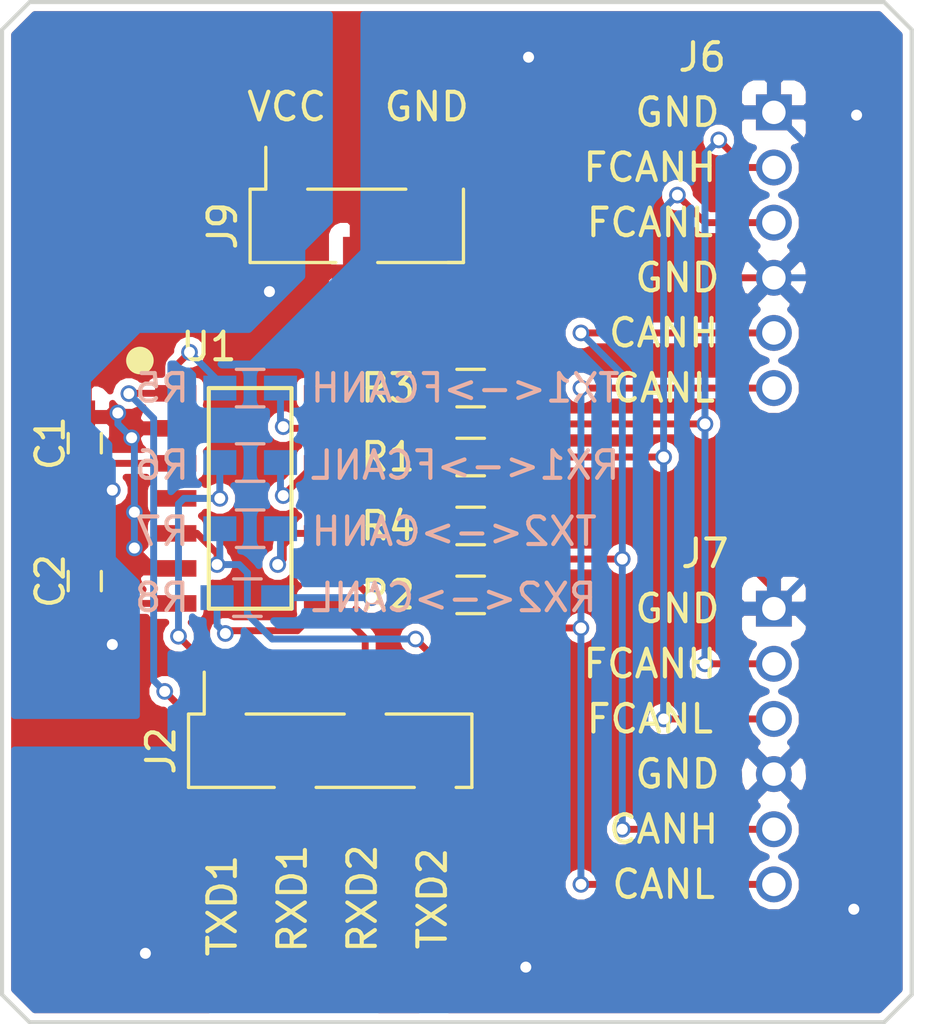
<source format=kicad_pcb>
(kicad_pcb (version 4) (host pcbnew 4.0.7)

  (general
    (links 47)
    (no_connects 0)
    (area 73.924999 30.924999 108.275001 68.075001)
    (thickness 1.6)
    (drawings 26)
    (tracks 254)
    (zones 0)
    (modules 21)
    (nets 13)
  )

  (page A)
  (title_block
    (title "CAN Inerconnect Board")
    (date 2018-07-10)
    (rev 1.0)
    (company XZERES)
  )

  (layers
    (0 F.Cu signal)
    (31 B.Cu signal)
    (34 B.Paste user)
    (35 F.Paste user)
    (36 B.SilkS user hide)
    (37 F.SilkS user)
    (38 B.Mask user)
    (39 F.Mask user)
    (41 Cmts.User user)
    (44 Edge.Cuts user)
    (45 Margin user)
    (46 B.CrtYd user)
    (47 F.CrtYd user)
  )

  (setup
    (last_trace_width 0.25)
    (trace_clearance 0.2)
    (zone_clearance 0.254)
    (zone_45_only no)
    (trace_min 0.2)
    (segment_width 0.2)
    (edge_width 0.15)
    (via_size 0.6)
    (via_drill 0.4)
    (via_min_size 0.4)
    (via_min_drill 0.3)
    (uvia_size 0.3)
    (uvia_drill 0.1)
    (uvias_allowed no)
    (uvia_min_size 0.2)
    (uvia_min_drill 0.1)
    (pcb_text_width 0.3)
    (pcb_text_size 1.5 1.5)
    (mod_edge_width 0.15)
    (mod_text_size 1 1)
    (mod_text_width 0.15)
    (pad_size 1.524 1.524)
    (pad_drill 0.762)
    (pad_to_mask_clearance 0.2)
    (aux_axis_origin 0 0)
    (visible_elements 7FFF7BBF)
    (pcbplotparams
      (layerselection 0x00030_80000001)
      (usegerberextensions false)
      (excludeedgelayer true)
      (linewidth 0.100000)
      (plotframeref false)
      (viasonmask false)
      (mode 1)
      (useauxorigin false)
      (hpglpennumber 1)
      (hpglpenspeed 20)
      (hpglpendiameter 15)
      (hpglpenoverlay 2)
      (psnegative false)
      (psa4output false)
      (plotreference true)
      (plotvalue true)
      (plotinvisibletext false)
      (padsonsilk false)
      (subtractmaskfromsilk false)
      (outputformat 1)
      (mirror false)
      (drillshape 0)
      (scaleselection 1)
      (outputdirectory Gerber/))
  )

  (net 0 "")
  (net 1 GND)
  (net 2 VCC)
  (net 3 "Net-(R4-Pad1)")
  (net 4 /RXD1)
  (net 5 /TXD2)
  (net 6 /TXD1)
  (net 7 /RXD2)
  (net 8 /CANH1)
  (net 9 /CANL1)
  (net 10 /CANH2)
  (net 11 /CANL2)
  (net 12 "Net-(R3-Pad1)")

  (net_class Default "This is the default net class."
    (clearance 0.2)
    (trace_width 0.25)
    (via_dia 0.6)
    (via_drill 0.4)
    (uvia_dia 0.3)
    (uvia_drill 0.1)
    (add_net /CANH1)
    (add_net /CANH2)
    (add_net /CANL1)
    (add_net /CANL2)
    (add_net /RXD1)
    (add_net /RXD2)
    (add_net /TXD1)
    (add_net /TXD2)
    (add_net GND)
    (add_net "Net-(R3-Pad1)")
    (add_net "Net-(R4-Pad1)")
    (add_net VCC)
  )

  (module Arduino:SOIC-14 (layer F.Cu) (tedit 5A7CF048) (tstamp 5A7CF1B7)
    (at 83 49 270)
    (path /5B4506F7)
    (fp_text reference U1 (at -5.5 1.5 360) (layer F.SilkS)
      (effects (font (size 1 1) (thickness 0.15)))
    )
    (fp_text value MCP25612FD (at 0 0 270) (layer F.Fab) hide
      (effects (font (size 0.5 0.5) (thickness 0.1)))
    )
    (fp_circle (center -5 4) (end -5 3.75) (layer F.SilkS) (width 0.5))
    (fp_line (start -4 -1.5) (end -4 1.5) (layer F.SilkS) (width 0.15))
    (fp_line (start -4 1.5) (end 4 1.5) (layer F.SilkS) (width 0.15))
    (fp_line (start 4 1.5) (end 4 -1.5) (layer F.SilkS) (width 0.15))
    (fp_line (start 4 -1.5) (end -4 -1.5) (layer F.SilkS) (width 0.15))
    (pad 4 smd rect (at 0 2.7 270) (size 0.6 1.5) (layers F.Cu F.Paste F.Mask)
      (net 4 /RXD1))
    (pad 3 smd rect (at -1.27 2.7 270) (size 0.6 1.5) (layers F.Cu F.Paste F.Mask)
      (net 2 VCC))
    (pad 2 smd rect (at -2.54 2.7 270) (size 0.6 1.5) (layers F.Cu F.Paste F.Mask)
      (net 1 GND))
    (pad 1 smd rect (at -3.81 2.7 270) (size 0.6 1.5) (layers F.Cu F.Paste F.Mask)
      (net 6 /TXD1))
    (pad 5 smd rect (at 1.27 2.7 270) (size 0.6 1.5) (layers F.Cu F.Paste F.Mask)
      (net 5 /TXD2))
    (pad 6 smd rect (at 2.54 2.7 270) (size 0.6 1.5) (layers F.Cu F.Paste F.Mask)
      (net 1 GND))
    (pad 7 smd rect (at 3.81 2.7 270) (size 0.6 1.5) (layers F.Cu F.Paste F.Mask)
      (net 2 VCC))
    (pad 8 smd rect (at 3.81 -2.7 270) (size 0.6 1.5) (layers F.Cu F.Paste F.Mask)
      (net 7 /RXD2))
    (pad 9 smd rect (at 2.54 -2.7 270) (size 0.6 1.5) (layers F.Cu F.Paste F.Mask)
      (net 11 /CANL2))
    (pad 10 smd rect (at 1.27 -2.7 270) (size 0.6 1.5) (layers F.Cu F.Paste F.Mask)
      (net 10 /CANH2))
    (pad 11 smd rect (at 0 -2.7 270) (size 0.6 1.5) (layers F.Cu F.Paste F.Mask)
      (net 3 "Net-(R4-Pad1)"))
    (pad 12 smd rect (at -1.27 -2.7 270) (size 0.6 1.5) (layers F.Cu F.Paste F.Mask)
      (net 9 /CANL1))
    (pad 13 smd rect (at -2.54 -2.7 270) (size 0.6 1.5) (layers F.Cu F.Paste F.Mask)
      (net 8 /CANH1))
    (pad 14 smd rect (at -3.81 -2.7 270) (size 0.6 1.5) (layers F.Cu F.Paste F.Mask)
      (net 12 "Net-(R3-Pad1)"))
  )

  (module Arduino:TP-SMD (layer F.Cu) (tedit 5B451AD2) (tstamp 5A7CFBE3)
    (at 82.042 66.548)
    (descr "Mesurement Point, Round, SMD Pad, DM 3mm,")
    (tags "Mesurement Point Round SMD Pad 3mm")
    (path /5B45387D)
    (attr virtual)
    (fp_text reference J3 (at 0 0) (layer F.Fab) hide
      (effects (font (size 0.5 0.5) (thickness 0.1)))
    )
    (fp_text value TXD1 (at -0.052 -2.78 90) (layer F.SilkS)
      (effects (font (size 1 1) (thickness 0.15)))
    )
    (pad 1 smd circle (at 0 0) (size 1.5 1.5) (layers F.Cu F.Mask)
      (net 6 /TXD1))
  )

  (module Arduino:TP-SMD (layer F.Cu) (tedit 5B451AF1) (tstamp 5A7CFBE8)
    (at 84.582 66.548)
    (descr "Mesurement Point, Round, SMD Pad, DM 3mm,")
    (tags "Mesurement Point Round SMD Pad 3mm")
    (path /5B4536F1)
    (attr virtual)
    (fp_text reference J4 (at 0 0) (layer F.Fab) hide
      (effects (font (size 0.5 0.5) (thickness 0.1)))
    )
    (fp_text value RXD1 (at -0.052 -3.034 90) (layer F.SilkS)
      (effects (font (size 1 1) (thickness 0.15)))
    )
    (pad 1 smd circle (at 0 0) (size 1.5 1.5) (layers F.Cu F.Mask)
      (net 4 /RXD1))
  )

  (module Arduino:TP-SMD (layer F.Cu) (tedit 5B451B18) (tstamp 5A7CFBED)
    (at 87.122 66.548)
    (descr "Mesurement Point, Round, SMD Pad, DM 3mm,")
    (tags "Mesurement Point Round SMD Pad 3mm")
    (path /5A80D575)
    (attr virtual)
    (fp_text reference J5 (at 0 0) (layer F.Fab) hide
      (effects (font (size 0.5 0.5) (thickness 0.1)))
    )
    (fp_text value RXD2 (at -0.052 -3.034 90) (layer F.SilkS)
      (effects (font (size 1 1) (thickness 0.15)))
    )
    (pad 1 smd circle (at 0 0) (size 1.5 1.5) (layers F.Cu F.Mask)
      (net 7 /RXD2))
  )

  (module Arduino:TP-SMD (layer F.Cu) (tedit 5B4516A1) (tstamp 5A7D018D)
    (at 89.408 33.02)
    (descr "Mesurement Point, Round, SMD Pad, DM 3mm,")
    (tags "Mesurement Point Round SMD Pad 3mm")
    (path /5B44CCFE)
    (attr virtual)
    (fp_text reference J1 (at 0 0) (layer F.Fab) hide
      (effects (font (size 0.5 0.5) (thickness 0.1)))
    )
    (fp_text value GND (at 0 1.778) (layer F.SilkS)
      (effects (font (size 1 1) (thickness 0.15)))
    )
    (pad 1 smd circle (at 0 0) (size 1.5 1.5) (layers F.Cu F.Mask)
      (net 1 GND))
  )

  (module Arduino:TP-SMD (layer F.Cu) (tedit 5B451B26) (tstamp 5A7D019C)
    (at 89.662 66.548)
    (descr "Mesurement Point, Round, SMD Pad, DM 3mm,")
    (tags "Mesurement Point Round SMD Pad 3mm")
    (path /5A810BE5)
    (attr virtual)
    (fp_text reference J8 (at 0 0) (layer F.Fab) hide
      (effects (font (size 0.5 0.5) (thickness 0.1)))
    )
    (fp_text value TXD2 (at -0.052 -3.034 90) (layer F.SilkS)
      (effects (font (size 1 1) (thickness 0.15)))
    )
    (pad 1 smd circle (at 0 0) (size 1.5 1.5) (layers F.Cu F.Mask)
      (net 5 /TXD2))
  )

  (module Arduino:C_0603_Hand (layer F.Cu) (tedit 5B4503F3) (tstamp 5B4516A6)
    (at 77 47 90)
    (descr "Capacitor SMD 0603, hand soldering")
    (tags "capacitor 0603")
    (path /5B45613D)
    (attr smd)
    (fp_text reference C1 (at 0 -1.25 90) (layer F.SilkS)
      (effects (font (size 1 1) (thickness 0.15)))
    )
    (fp_text value 0.1uF (at 0 0 90) (layer F.Fab)
      (effects (font (size 0.5 0.5) (thickness 0.1)))
    )
    (fp_text user %R (at 0 -1.25 90) (layer F.Fab)
      (effects (font (size 1 1) (thickness 0.15)))
    )
    (fp_line (start -0.8 0.4) (end -0.8 -0.4) (layer F.Fab) (width 0.1))
    (fp_line (start 0.8 0.4) (end -0.8 0.4) (layer F.Fab) (width 0.1))
    (fp_line (start 0.8 -0.4) (end 0.8 0.4) (layer F.Fab) (width 0.1))
    (fp_line (start -0.8 -0.4) (end 0.8 -0.4) (layer F.Fab) (width 0.1))
    (fp_line (start -0.35 -0.6) (end 0.35 -0.6) (layer F.SilkS) (width 0.12))
    (fp_line (start 0.35 0.6) (end -0.35 0.6) (layer F.SilkS) (width 0.12))
    (fp_line (start -1.8 -0.65) (end 1.8 -0.65) (layer F.CrtYd) (width 0.05))
    (fp_line (start -1.8 -0.65) (end -1.8 0.65) (layer F.CrtYd) (width 0.05))
    (fp_line (start 1.8 0.65) (end 1.8 -0.65) (layer F.CrtYd) (width 0.05))
    (fp_line (start 1.8 0.65) (end -1.8 0.65) (layer F.CrtYd) (width 0.05))
    (pad 1 smd rect (at -0.95 0 90) (size 1.2 0.75) (layers F.Cu F.Paste F.Mask)
      (net 2 VCC))
    (pad 2 smd rect (at 0.95 0 90) (size 1.2 0.75) (layers F.Cu F.Paste F.Mask)
      (net 1 GND))
    (model Capacitors_SMD.3dshapes/C_0603.wrl
      (at (xyz 0 0 0))
      (scale (xyz 1 1 1))
      (rotate (xyz 0 0 0))
    )
  )

  (module Arduino:C_0603_Hand (layer F.Cu) (tedit 5B4503F1) (tstamp 5B4516B6)
    (at 77 52 90)
    (descr "Capacitor SMD 0603, hand soldering")
    (tags "capacitor 0603")
    (path /5B4559BF)
    (attr smd)
    (fp_text reference C2 (at 0 -1.25 90) (layer F.SilkS)
      (effects (font (size 1 1) (thickness 0.15)))
    )
    (fp_text value 0.1uF (at 0 0 90) (layer F.Fab)
      (effects (font (size 0.5 0.5) (thickness 0.1)))
    )
    (fp_text user %R (at 0 -1.25 90) (layer F.Fab)
      (effects (font (size 1 1) (thickness 0.15)))
    )
    (fp_line (start -0.8 0.4) (end -0.8 -0.4) (layer F.Fab) (width 0.1))
    (fp_line (start 0.8 0.4) (end -0.8 0.4) (layer F.Fab) (width 0.1))
    (fp_line (start 0.8 -0.4) (end 0.8 0.4) (layer F.Fab) (width 0.1))
    (fp_line (start -0.8 -0.4) (end 0.8 -0.4) (layer F.Fab) (width 0.1))
    (fp_line (start -0.35 -0.6) (end 0.35 -0.6) (layer F.SilkS) (width 0.12))
    (fp_line (start 0.35 0.6) (end -0.35 0.6) (layer F.SilkS) (width 0.12))
    (fp_line (start -1.8 -0.65) (end 1.8 -0.65) (layer F.CrtYd) (width 0.05))
    (fp_line (start -1.8 -0.65) (end -1.8 0.65) (layer F.CrtYd) (width 0.05))
    (fp_line (start 1.8 0.65) (end 1.8 -0.65) (layer F.CrtYd) (width 0.05))
    (fp_line (start 1.8 0.65) (end -1.8 0.65) (layer F.CrtYd) (width 0.05))
    (pad 1 smd rect (at -0.95 0 90) (size 1.2 0.75) (layers F.Cu F.Paste F.Mask)
      (net 2 VCC))
    (pad 2 smd rect (at 0.95 0 90) (size 1.2 0.75) (layers F.Cu F.Paste F.Mask)
      (net 1 GND))
    (model Capacitors_SMD.3dshapes/C_0603.wrl
      (at (xyz 0 0 0))
      (scale (xyz 1 1 1))
      (rotate (xyz 0 0 0))
    )
  )

  (module Pin_Headers:Pin_Header_Straight_1x04_Pitch2.54mm_SMD_Pin1Right (layer F.Cu) (tedit 5B45076C) (tstamp 5B4516C6)
    (at 85.904 58.152 90)
    (descr "surface-mounted straight pin header, 1x04, 2.54mm pitch, single row, style 2 (pin 1 right)")
    (tags "Surface mounted pin header SMD 1x04 2.54mm single row style2 pin1 right")
    (path /5A7BA2B7)
    (attr smd)
    (fp_text reference J2 (at 0 -6.14 90) (layer F.SilkS)
      (effects (font (size 1 1) (thickness 0.15)))
    )
    (fp_text value Conn_01x04 (at -0.048 0.096 180) (layer F.Fab)
      (effects (font (size 1 1) (thickness 0.15)))
    )
    (fp_line (start 1.27 5.08) (end -1.27 5.08) (layer F.Fab) (width 0.1))
    (fp_line (start -1.27 -5.08) (end 0.32 -5.08) (layer F.Fab) (width 0.1))
    (fp_line (start 1.27 5.08) (end 1.27 -4.13) (layer F.Fab) (width 0.1))
    (fp_line (start 1.27 -4.13) (end 0.32 -5.08) (layer F.Fab) (width 0.1))
    (fp_line (start -1.27 -5.08) (end -1.27 5.08) (layer F.Fab) (width 0.1))
    (fp_line (start -1.27 -1.59) (end -2.54 -1.59) (layer F.Fab) (width 0.1))
    (fp_line (start -2.54 -1.59) (end -2.54 -0.95) (layer F.Fab) (width 0.1))
    (fp_line (start -2.54 -0.95) (end -1.27 -0.95) (layer F.Fab) (width 0.1))
    (fp_line (start -1.27 3.49) (end -2.54 3.49) (layer F.Fab) (width 0.1))
    (fp_line (start -2.54 3.49) (end -2.54 4.13) (layer F.Fab) (width 0.1))
    (fp_line (start -2.54 4.13) (end -1.27 4.13) (layer F.Fab) (width 0.1))
    (fp_line (start 1.27 -4.13) (end 2.54 -4.13) (layer F.Fab) (width 0.1))
    (fp_line (start 2.54 -4.13) (end 2.54 -3.49) (layer F.Fab) (width 0.1))
    (fp_line (start 2.54 -3.49) (end 1.27 -3.49) (layer F.Fab) (width 0.1))
    (fp_line (start 1.27 0.95) (end 2.54 0.95) (layer F.Fab) (width 0.1))
    (fp_line (start 2.54 0.95) (end 2.54 1.59) (layer F.Fab) (width 0.1))
    (fp_line (start 2.54 1.59) (end 1.27 1.59) (layer F.Fab) (width 0.1))
    (fp_line (start -1.33 -5.14) (end 1.33 -5.14) (layer F.SilkS) (width 0.12))
    (fp_line (start -1.33 5.14) (end 1.33 5.14) (layer F.SilkS) (width 0.12))
    (fp_line (start 1.33 -3.05) (end 1.33 0.51) (layer F.SilkS) (width 0.12))
    (fp_line (start 1.33 2.03) (end 1.33 5.14) (layer F.SilkS) (width 0.12))
    (fp_line (start -1.33 -5.14) (end -1.33 -2.03) (layer F.SilkS) (width 0.12))
    (fp_line (start 1.33 -4.57) (end 2.85 -4.57) (layer F.SilkS) (width 0.12))
    (fp_line (start 1.33 -5.14) (end 1.33 -4.57) (layer F.SilkS) (width 0.12))
    (fp_line (start -1.33 4.57) (end -1.33 5.14) (layer F.SilkS) (width 0.12))
    (fp_line (start -1.33 -0.51) (end -1.33 3.05) (layer F.SilkS) (width 0.12))
    (fp_line (start -3.45 -5.6) (end -3.45 5.6) (layer F.CrtYd) (width 0.05))
    (fp_line (start -3.45 5.6) (end 3.45 5.6) (layer F.CrtYd) (width 0.05))
    (fp_line (start 3.45 5.6) (end 3.45 -5.6) (layer F.CrtYd) (width 0.05))
    (fp_line (start 3.45 -5.6) (end -3.45 -5.6) (layer F.CrtYd) (width 0.05))
    (fp_text user %R (at 0 0 180) (layer F.Fab)
      (effects (font (size 1 1) (thickness 0.15)))
    )
    (pad 2 smd rect (at -1.655 -1.27 90) (size 2.51 1) (layers F.Cu F.Paste F.Mask)
      (net 4 /RXD1))
    (pad 4 smd rect (at -1.655 3.81 90) (size 2.51 1) (layers F.Cu F.Paste F.Mask)
      (net 5 /TXD2))
    (pad 1 smd rect (at 1.655 -3.81 90) (size 2.51 1) (layers F.Cu F.Paste F.Mask)
      (net 6 /TXD1))
    (pad 3 smd rect (at 1.655 1.27 90) (size 2.51 1) (layers F.Cu F.Paste F.Mask)
      (net 7 /RXD2))
    (model ${KISYS3DMOD}/Pin_Headers.3dshapes/Pin_Header_Straight_1x04_Pitch2.54mm_SMD_Pin1Right.wrl
      (at (xyz 0 0 0))
      (scale (xyz 1 1 1))
      (rotate (xyz 0 0 0))
    )
  )

  (module Pin_Headers:Pin_Header_Straight_1x03_Pitch2.54mm_SMD_Pin1Right (layer F.Cu) (tedit 5B45022D) (tstamp 5B4516E9)
    (at 86.868 39.116 90)
    (descr "surface-mounted straight pin header, 1x03, 2.54mm pitch, single row, style 2 (pin 1 right)")
    (tags "Surface mounted pin header SMD 1x03 2.54mm single row style2 pin1 right")
    (path /5A7BD52C)
    (attr smd)
    (fp_text reference J9 (at 0 -4.87 90) (layer F.SilkS)
      (effects (font (size 1 1) (thickness 0.15)))
    )
    (fp_text value Conn_01x03 (at 0 0 180) (layer F.Fab)
      (effects (font (size 1 1) (thickness 0.15)))
    )
    (fp_line (start 1.27 3.81) (end -1.27 3.81) (layer F.Fab) (width 0.1))
    (fp_line (start -1.27 -3.81) (end 0.32 -3.81) (layer F.Fab) (width 0.1))
    (fp_line (start 1.27 3.81) (end 1.27 -2.86) (layer F.Fab) (width 0.1))
    (fp_line (start 1.27 -2.86) (end 0.32 -3.81) (layer F.Fab) (width 0.1))
    (fp_line (start -1.27 -3.81) (end -1.27 3.81) (layer F.Fab) (width 0.1))
    (fp_line (start -1.27 -0.32) (end -2.54 -0.32) (layer F.Fab) (width 0.1))
    (fp_line (start -2.54 -0.32) (end -2.54 0.32) (layer F.Fab) (width 0.1))
    (fp_line (start -2.54 0.32) (end -1.27 0.32) (layer F.Fab) (width 0.1))
    (fp_line (start 1.27 -2.86) (end 2.54 -2.86) (layer F.Fab) (width 0.1))
    (fp_line (start 2.54 -2.86) (end 2.54 -2.22) (layer F.Fab) (width 0.1))
    (fp_line (start 2.54 -2.22) (end 1.27 -2.22) (layer F.Fab) (width 0.1))
    (fp_line (start 1.27 2.22) (end 2.54 2.22) (layer F.Fab) (width 0.1))
    (fp_line (start 2.54 2.22) (end 2.54 2.86) (layer F.Fab) (width 0.1))
    (fp_line (start 2.54 2.86) (end 1.27 2.86) (layer F.Fab) (width 0.1))
    (fp_line (start -1.33 -3.87) (end 1.33 -3.87) (layer F.SilkS) (width 0.12))
    (fp_line (start -1.33 3.87) (end 1.33 3.87) (layer F.SilkS) (width 0.12))
    (fp_line (start 1.33 -1.78) (end 1.33 1.78) (layer F.SilkS) (width 0.12))
    (fp_line (start -1.33 -3.87) (end -1.33 -0.76) (layer F.SilkS) (width 0.12))
    (fp_line (start 1.33 -3.3) (end 2.85 -3.3) (layer F.SilkS) (width 0.12))
    (fp_line (start 1.33 -3.87) (end 1.33 -3.3) (layer F.SilkS) (width 0.12))
    (fp_line (start -1.33 3.3) (end -1.33 3.87) (layer F.SilkS) (width 0.12))
    (fp_line (start -1.33 0.76) (end -1.33 3.87) (layer F.SilkS) (width 0.12))
    (fp_line (start -3.45 -4.35) (end -3.45 4.35) (layer F.CrtYd) (width 0.05))
    (fp_line (start -3.45 4.35) (end 3.45 4.35) (layer F.CrtYd) (width 0.05))
    (fp_line (start 3.45 4.35) (end 3.45 -4.35) (layer F.CrtYd) (width 0.05))
    (fp_line (start 3.45 -4.35) (end -3.45 -4.35) (layer F.CrtYd) (width 0.05))
    (fp_text user %R (at 0 0 180) (layer F.Fab)
      (effects (font (size 1 1) (thickness 0.15)))
    )
    (pad 2 smd rect (at -1.655 0 90) (size 2.51 1) (layers F.Cu F.Paste F.Mask)
      (net 1 GND))
    (pad 1 smd rect (at 1.655 -2.54 90) (size 2.51 1) (layers F.Cu F.Paste F.Mask)
      (net 2 VCC))
    (pad 3 smd rect (at 1.655 2.54 90) (size 2.51 1) (layers F.Cu F.Paste F.Mask)
      (net 1 GND))
    (model ${KISYS3DMOD}/Pin_Headers.3dshapes/Pin_Header_Straight_1x03_Pitch2.54mm_SMD_Pin1Right.wrl
      (at (xyz 0 0 0))
      (scale (xyz 1 1 1))
      (rotate (xyz 0 0 0))
    )
  )

  (module Arduino:TP-SMD (layer F.Cu) (tedit 5B45169D) (tstamp 5B4516EF)
    (at 84.328 33.02 90)
    (descr "Mesurement Point, Round, SMD Pad, DM 3mm,")
    (tags "Mesurement Point Round SMD Pad 3mm")
    (path /5A81F017)
    (attr virtual)
    (fp_text reference J10 (at 0 0 90) (layer F.Fab) hide
      (effects (font (size 0.5 0.5) (thickness 0.1)))
    )
    (fp_text value VCC (at -1.778 0 180) (layer F.SilkS)
      (effects (font (size 1 1) (thickness 0.15)))
    )
    (pad 1 smd circle (at 0 0 90) (size 1.5 1.5) (layers F.Cu F.Mask)
      (net 2 VCC))
  )

  (module Arduino:R_0603_Hand (layer F.Cu) (tedit 5B44FEFB) (tstamp 5B4516F3)
    (at 91 47.5 180)
    (descr "Resistor SMD 0603, hand soldering")
    (tags "resistor 0603")
    (path /5B4577B0)
    (attr smd)
    (fp_text reference R1 (at 3 0 180) (layer F.SilkS)
      (effects (font (size 1 1) (thickness 0.15)))
    )
    (fp_text value 120Ω (at 0 0 180) (layer F.Fab)
      (effects (font (size 0.5 0.5) (thickness 0.1)))
    )
    (fp_text user %R (at 0 0 180) (layer F.Fab)
      (effects (font (size 0.4 0.4) (thickness 0.075)))
    )
    (fp_line (start -0.8 0.4) (end -0.8 -0.4) (layer F.Fab) (width 0.1))
    (fp_line (start 0.8 0.4) (end -0.8 0.4) (layer F.Fab) (width 0.1))
    (fp_line (start 0.8 -0.4) (end 0.8 0.4) (layer F.Fab) (width 0.1))
    (fp_line (start -0.8 -0.4) (end 0.8 -0.4) (layer F.Fab) (width 0.1))
    (fp_line (start 0.5 0.68) (end -0.5 0.68) (layer F.SilkS) (width 0.12))
    (fp_line (start -0.5 -0.68) (end 0.5 -0.68) (layer F.SilkS) (width 0.12))
    (fp_line (start -1.96 -0.7) (end 1.95 -0.7) (layer F.CrtYd) (width 0.05))
    (fp_line (start -1.96 -0.7) (end -1.96 0.7) (layer F.CrtYd) (width 0.05))
    (fp_line (start 1.95 0.7) (end 1.95 -0.7) (layer F.CrtYd) (width 0.05))
    (fp_line (start 1.95 0.7) (end -1.96 0.7) (layer F.CrtYd) (width 0.05))
    (pad 1 smd rect (at -1.1 0 180) (size 1.2 0.9) (layers F.Cu F.Paste F.Mask)
      (net 9 /CANL1))
    (pad 2 smd rect (at 1.1 0 180) (size 1.2 0.9) (layers F.Cu F.Paste F.Mask)
      (net 8 /CANH1))
    (model ${KISYS3DMOD}/Resistors_SMD.3dshapes/R_0603.wrl
      (at (xyz 0 0 0))
      (scale (xyz 1 1 1))
      (rotate (xyz 0 0 0))
    )
  )

  (module Arduino:R_0603_Hand (layer F.Cu) (tedit 5B4506A1) (tstamp 5B451703)
    (at 91 52.5)
    (descr "Resistor SMD 0603, hand soldering")
    (tags "resistor 0603")
    (path /5B4558AE)
    (attr smd)
    (fp_text reference R2 (at -3 0) (layer F.SilkS)
      (effects (font (size 1 1) (thickness 0.15)))
    )
    (fp_text value 120Ω (at 0 0) (layer F.Fab)
      (effects (font (size 0.5 0.5) (thickness 0.1)))
    )
    (fp_text user %R (at 0 0) (layer F.Fab)
      (effects (font (size 0.4 0.4) (thickness 0.075)))
    )
    (fp_line (start -0.8 0.4) (end -0.8 -0.4) (layer F.Fab) (width 0.1))
    (fp_line (start 0.8 0.4) (end -0.8 0.4) (layer F.Fab) (width 0.1))
    (fp_line (start 0.8 -0.4) (end 0.8 0.4) (layer F.Fab) (width 0.1))
    (fp_line (start -0.8 -0.4) (end 0.8 -0.4) (layer F.Fab) (width 0.1))
    (fp_line (start 0.5 0.68) (end -0.5 0.68) (layer F.SilkS) (width 0.12))
    (fp_line (start -0.5 -0.68) (end 0.5 -0.68) (layer F.SilkS) (width 0.12))
    (fp_line (start -1.96 -0.7) (end 1.95 -0.7) (layer F.CrtYd) (width 0.05))
    (fp_line (start -1.96 -0.7) (end -1.96 0.7) (layer F.CrtYd) (width 0.05))
    (fp_line (start 1.95 0.7) (end 1.95 -0.7) (layer F.CrtYd) (width 0.05))
    (fp_line (start 1.95 0.7) (end -1.96 0.7) (layer F.CrtYd) (width 0.05))
    (pad 1 smd rect (at -1.1 0) (size 1.2 0.9) (layers F.Cu F.Paste F.Mask)
      (net 11 /CANL2))
    (pad 2 smd rect (at 1.1 0) (size 1.2 0.9) (layers F.Cu F.Paste F.Mask)
      (net 10 /CANH2))
    (model ${KISYS3DMOD}/Resistors_SMD.3dshapes/R_0603.wrl
      (at (xyz 0 0 0))
      (scale (xyz 1 1 1))
      (rotate (xyz 0 0 0))
    )
  )

  (module Arduino:R_0603_Hand (layer F.Cu) (tedit 5B44FEF7) (tstamp 5B451713)
    (at 91 45)
    (descr "Resistor SMD 0603, hand soldering")
    (tags "resistor 0603")
    (path /5B4589EA)
    (attr smd)
    (fp_text reference R3 (at -3 0) (layer F.SilkS)
      (effects (font (size 1 1) (thickness 0.15)))
    )
    (fp_text value 0Ω (at 0 0) (layer F.Fab)
      (effects (font (size 0.5 0.5) (thickness 0.1)))
    )
    (fp_text user %R (at 0 0) (layer F.Fab)
      (effects (font (size 0.4 0.4) (thickness 0.075)))
    )
    (fp_line (start -0.8 0.4) (end -0.8 -0.4) (layer F.Fab) (width 0.1))
    (fp_line (start 0.8 0.4) (end -0.8 0.4) (layer F.Fab) (width 0.1))
    (fp_line (start 0.8 -0.4) (end 0.8 0.4) (layer F.Fab) (width 0.1))
    (fp_line (start -0.8 -0.4) (end 0.8 -0.4) (layer F.Fab) (width 0.1))
    (fp_line (start 0.5 0.68) (end -0.5 0.68) (layer F.SilkS) (width 0.12))
    (fp_line (start -0.5 -0.68) (end 0.5 -0.68) (layer F.SilkS) (width 0.12))
    (fp_line (start -1.96 -0.7) (end 1.95 -0.7) (layer F.CrtYd) (width 0.05))
    (fp_line (start -1.96 -0.7) (end -1.96 0.7) (layer F.CrtYd) (width 0.05))
    (fp_line (start 1.95 0.7) (end 1.95 -0.7) (layer F.CrtYd) (width 0.05))
    (fp_line (start 1.95 0.7) (end -1.96 0.7) (layer F.CrtYd) (width 0.05))
    (pad 1 smd rect (at -1.1 0) (size 1.2 0.9) (layers F.Cu F.Paste F.Mask)
      (net 12 "Net-(R3-Pad1)"))
    (pad 2 smd rect (at 1.1 0) (size 1.2 0.9) (layers F.Cu F.Paste F.Mask)
      (net 1 GND))
    (model ${KISYS3DMOD}/Resistors_SMD.3dshapes/R_0603.wrl
      (at (xyz 0 0 0))
      (scale (xyz 1 1 1))
      (rotate (xyz 0 0 0))
    )
  )

  (module Arduino:R_0603_Hand (layer F.Cu) (tedit 5B44FF05) (tstamp 5B451723)
    (at 91 50)
    (descr "Resistor SMD 0603, hand soldering")
    (tags "resistor 0603")
    (path /5B458D2D)
    (attr smd)
    (fp_text reference R4 (at -3 0) (layer F.SilkS)
      (effects (font (size 1 1) (thickness 0.15)))
    )
    (fp_text value 0Ω (at 0 0) (layer F.Fab)
      (effects (font (size 0.5 0.5) (thickness 0.1)))
    )
    (fp_text user %R (at 0 0) (layer F.Fab)
      (effects (font (size 0.4 0.4) (thickness 0.075)))
    )
    (fp_line (start -0.8 0.4) (end -0.8 -0.4) (layer F.Fab) (width 0.1))
    (fp_line (start 0.8 0.4) (end -0.8 0.4) (layer F.Fab) (width 0.1))
    (fp_line (start 0.8 -0.4) (end 0.8 0.4) (layer F.Fab) (width 0.1))
    (fp_line (start -0.8 -0.4) (end 0.8 -0.4) (layer F.Fab) (width 0.1))
    (fp_line (start 0.5 0.68) (end -0.5 0.68) (layer F.SilkS) (width 0.12))
    (fp_line (start -0.5 -0.68) (end 0.5 -0.68) (layer F.SilkS) (width 0.12))
    (fp_line (start -1.96 -0.7) (end 1.95 -0.7) (layer F.CrtYd) (width 0.05))
    (fp_line (start -1.96 -0.7) (end -1.96 0.7) (layer F.CrtYd) (width 0.05))
    (fp_line (start 1.95 0.7) (end 1.95 -0.7) (layer F.CrtYd) (width 0.05))
    (fp_line (start 1.95 0.7) (end -1.96 0.7) (layer F.CrtYd) (width 0.05))
    (pad 1 smd rect (at -1.1 0) (size 1.2 0.9) (layers F.Cu F.Paste F.Mask)
      (net 3 "Net-(R4-Pad1)"))
    (pad 2 smd rect (at 1.1 0) (size 1.2 0.9) (layers F.Cu F.Paste F.Mask)
      (net 1 GND))
    (model ${KISYS3DMOD}/Resistors_SMD.3dshapes/R_0603.wrl
      (at (xyz 0 0 0))
      (scale (xyz 1 1 1))
      (rotate (xyz 0 0 0))
    )
  )

  (module Arduino:6-pin_hdr (layer F.Cu) (tedit 5B460CAB) (tstamp 5B451A62)
    (at 102 40 270)
    (path /5B45D449)
    (fp_text reference J6 (at -7 2.6 360) (layer F.SilkS)
      (effects (font (size 1 1) (thickness 0.15)))
    )
    (fp_text value Conn_01x06_Male (at 0 -2 270) (layer F.Fab)
      (effects (font (size 0.5 0.5) (thickness 0.1)))
    )
    (fp_line (start -8 1) (end -8 1.5) (layer F.CrtYd) (width 0.15))
    (fp_line (start -8 1.5) (end 8 1.5) (layer F.CrtYd) (width 0.15))
    (fp_line (start 8 1.5) (end 8 -6) (layer F.CrtYd) (width 0.15))
    (fp_line (start 8 -6) (end -8 -6) (layer F.CrtYd) (width 0.15))
    (fp_line (start -8 -6) (end -8 1) (layer F.CrtYd) (width 0.15))
    (pad 1 thru_hole rect (at -5 0 270) (size 1.3 1.3) (drill 0.85) (layers *.Cu *.Mask)
      (net 1 GND))
    (pad 2 thru_hole circle (at -3 0 270) (size 1.3 1.3) (drill 0.85) (layers *.Cu *.Mask)
      (net 8 /CANH1))
    (pad 3 thru_hole circle (at -1 0 270) (size 1.3 1.3) (drill 0.85) (layers *.Cu *.Mask)
      (net 9 /CANL1))
    (pad 4 thru_hole circle (at 1 0 270) (size 1.3 1.3) (drill 0.85) (layers *.Cu *.Mask)
      (net 1 GND))
    (pad 5 thru_hole circle (at 3 0 270) (size 1.3 1.3) (drill 0.85) (layers *.Cu *.Mask)
      (net 10 /CANH2))
    (pad 6 thru_hole circle (at 5 0 270) (size 1.3 1.3) (drill 0.85) (layers *.Cu *.Mask)
      (net 11 /CANL2))
  )

  (module Arduino:6-pin_hdr (layer F.Cu) (tedit 5B46104B) (tstamp 5B451A71)
    (at 102 58 270)
    (path /5B45E6C3)
    (fp_text reference J7 (at -7 2.5 360) (layer F.SilkS)
      (effects (font (size 1 1) (thickness 0.15)))
    )
    (fp_text value Conn_01x06_Male (at 0 -2 270) (layer F.Fab)
      (effects (font (size 0.5 0.5) (thickness 0.1)))
    )
    (fp_line (start -8 1) (end -8 1.5) (layer F.CrtYd) (width 0.15))
    (fp_line (start -8 1.5) (end 8 1.5) (layer F.CrtYd) (width 0.15))
    (fp_line (start 8 1.5) (end 8 -6) (layer F.CrtYd) (width 0.15))
    (fp_line (start 8 -6) (end -8 -6) (layer F.CrtYd) (width 0.15))
    (fp_line (start -8 -6) (end -8 1) (layer F.CrtYd) (width 0.15))
    (pad 1 thru_hole rect (at -5 0 270) (size 1.3 1.3) (drill 0.85) (layers *.Cu *.Mask)
      (net 1 GND))
    (pad 2 thru_hole circle (at -3 0 270) (size 1.3 1.3) (drill 0.85) (layers *.Cu *.Mask)
      (net 8 /CANH1))
    (pad 3 thru_hole circle (at -1 0 270) (size 1.3 1.3) (drill 0.85) (layers *.Cu *.Mask)
      (net 9 /CANL1))
    (pad 4 thru_hole circle (at 1 0 270) (size 1.3 1.3) (drill 0.85) (layers *.Cu *.Mask)
      (net 1 GND))
    (pad 5 thru_hole circle (at 3 0 270) (size 1.3 1.3) (drill 0.85) (layers *.Cu *.Mask)
      (net 10 /CANH2))
    (pad 6 thru_hole circle (at 5 0 270) (size 1.3 1.3) (drill 0.85) (layers *.Cu *.Mask)
      (net 11 /CANL2))
  )

  (module Arduino:R_0603_Hand (layer B.Cu) (tedit 5B460C07) (tstamp 5B452734)
    (at 83 45)
    (descr "Resistor SMD 0603, hand soldering")
    (tags "resistor 0603")
    (path /5B452346)
    (attr smd)
    (fp_text reference R5 (at -3.2 0) (layer B.SilkS)
      (effects (font (size 1 1) (thickness 0.15)) (justify mirror))
    )
    (fp_text value 0Ω (at 0 0) (layer B.Fab)
      (effects (font (size 0.5 0.5) (thickness 0.1)) (justify mirror))
    )
    (fp_text user %R (at 0 0) (layer B.Fab)
      (effects (font (size 0.4 0.4) (thickness 0.075)) (justify mirror))
    )
    (fp_line (start -0.8 -0.4) (end -0.8 0.4) (layer B.Fab) (width 0.1))
    (fp_line (start 0.8 -0.4) (end -0.8 -0.4) (layer B.Fab) (width 0.1))
    (fp_line (start 0.8 0.4) (end 0.8 -0.4) (layer B.Fab) (width 0.1))
    (fp_line (start -0.8 0.4) (end 0.8 0.4) (layer B.Fab) (width 0.1))
    (fp_line (start 0.5 -0.68) (end -0.5 -0.68) (layer B.SilkS) (width 0.12))
    (fp_line (start -0.5 0.68) (end 0.5 0.68) (layer B.SilkS) (width 0.12))
    (fp_line (start -1.96 0.7) (end 1.95 0.7) (layer B.CrtYd) (width 0.05))
    (fp_line (start -1.96 0.7) (end -1.96 -0.7) (layer B.CrtYd) (width 0.05))
    (fp_line (start 1.95 -0.7) (end 1.95 0.7) (layer B.CrtYd) (width 0.05))
    (fp_line (start 1.95 -0.7) (end -1.96 -0.7) (layer B.CrtYd) (width 0.05))
    (pad 1 smd rect (at -1.1 0) (size 1.2 0.9) (layers B.Cu B.Paste B.Mask)
      (net 6 /TXD1))
    (pad 2 smd rect (at 1.1 0) (size 1.2 0.9) (layers B.Cu B.Paste B.Mask)
      (net 8 /CANH1))
    (model ${KISYS3DMOD}/Resistors_SMD.3dshapes/R_0603.wrl
      (at (xyz 0 0 0))
      (scale (xyz 1 1 1))
      (rotate (xyz 0 0 0))
    )
  )

  (module Arduino:R_0603_Hand (layer B.Cu) (tedit 5B460C09) (tstamp 5B452745)
    (at 83 47.7)
    (descr "Resistor SMD 0603, hand soldering")
    (tags "resistor 0603")
    (path /5B452458)
    (attr smd)
    (fp_text reference R6 (at -3.2 0.1) (layer B.SilkS)
      (effects (font (size 1 1) (thickness 0.15)) (justify mirror))
    )
    (fp_text value 0Ω (at 0 -0.1) (layer B.Fab)
      (effects (font (size 0.5 0.5) (thickness 0.1)) (justify mirror))
    )
    (fp_text user %R (at 0 0) (layer B.Fab)
      (effects (font (size 0.4 0.4) (thickness 0.075)) (justify mirror))
    )
    (fp_line (start -0.8 -0.4) (end -0.8 0.4) (layer B.Fab) (width 0.1))
    (fp_line (start 0.8 -0.4) (end -0.8 -0.4) (layer B.Fab) (width 0.1))
    (fp_line (start 0.8 0.4) (end 0.8 -0.4) (layer B.Fab) (width 0.1))
    (fp_line (start -0.8 0.4) (end 0.8 0.4) (layer B.Fab) (width 0.1))
    (fp_line (start 0.5 -0.68) (end -0.5 -0.68) (layer B.SilkS) (width 0.12))
    (fp_line (start -0.5 0.68) (end 0.5 0.68) (layer B.SilkS) (width 0.12))
    (fp_line (start -1.96 0.7) (end 1.95 0.7) (layer B.CrtYd) (width 0.05))
    (fp_line (start -1.96 0.7) (end -1.96 -0.7) (layer B.CrtYd) (width 0.05))
    (fp_line (start 1.95 -0.7) (end 1.95 0.7) (layer B.CrtYd) (width 0.05))
    (fp_line (start 1.95 -0.7) (end -1.96 -0.7) (layer B.CrtYd) (width 0.05))
    (pad 1 smd rect (at -1.1 0) (size 1.2 0.9) (layers B.Cu B.Paste B.Mask)
      (net 4 /RXD1))
    (pad 2 smd rect (at 1.1 0) (size 1.2 0.9) (layers B.Cu B.Paste B.Mask)
      (net 9 /CANL1))
    (model ${KISYS3DMOD}/Resistors_SMD.3dshapes/R_0603.wrl
      (at (xyz 0 0 0))
      (scale (xyz 1 1 1))
      (rotate (xyz 0 0 0))
    )
  )

  (module Arduino:R_0603_Hand (layer B.Cu) (tedit 5B460C0D) (tstamp 5B452756)
    (at 83 50.1)
    (descr "Resistor SMD 0603, hand soldering")
    (tags "resistor 0603")
    (path /5B4524DA)
    (attr smd)
    (fp_text reference R7 (at -3.2 0.1) (layer B.SilkS)
      (effects (font (size 1 1) (thickness 0.15)) (justify mirror))
    )
    (fp_text value 0Ω (at 0 0.1) (layer B.Fab)
      (effects (font (size 0.5 0.5) (thickness 0.1)) (justify mirror))
    )
    (fp_text user %R (at 0 0) (layer B.Fab)
      (effects (font (size 0.4 0.4) (thickness 0.075)) (justify mirror))
    )
    (fp_line (start -0.8 -0.4) (end -0.8 0.4) (layer B.Fab) (width 0.1))
    (fp_line (start 0.8 -0.4) (end -0.8 -0.4) (layer B.Fab) (width 0.1))
    (fp_line (start 0.8 0.4) (end 0.8 -0.4) (layer B.Fab) (width 0.1))
    (fp_line (start -0.8 0.4) (end 0.8 0.4) (layer B.Fab) (width 0.1))
    (fp_line (start 0.5 -0.68) (end -0.5 -0.68) (layer B.SilkS) (width 0.12))
    (fp_line (start -0.5 0.68) (end 0.5 0.68) (layer B.SilkS) (width 0.12))
    (fp_line (start -1.96 0.7) (end 1.95 0.7) (layer B.CrtYd) (width 0.05))
    (fp_line (start -1.96 0.7) (end -1.96 -0.7) (layer B.CrtYd) (width 0.05))
    (fp_line (start 1.95 -0.7) (end 1.95 0.7) (layer B.CrtYd) (width 0.05))
    (fp_line (start 1.95 -0.7) (end -1.96 -0.7) (layer B.CrtYd) (width 0.05))
    (pad 1 smd rect (at -1.1 0) (size 1.2 0.9) (layers B.Cu B.Paste B.Mask)
      (net 5 /TXD2))
    (pad 2 smd rect (at 1.1 0) (size 1.2 0.9) (layers B.Cu B.Paste B.Mask)
      (net 10 /CANH2))
    (model ${KISYS3DMOD}/Resistors_SMD.3dshapes/R_0603.wrl
      (at (xyz 0 0 0))
      (scale (xyz 1 1 1))
      (rotate (xyz 0 0 0))
    )
  )

  (module Arduino:R_0603_Hand (layer B.Cu) (tedit 5B460C10) (tstamp 5B452767)
    (at 82.9 52.6)
    (descr "Resistor SMD 0603, hand soldering")
    (tags "resistor 0603")
    (path /5B452526)
    (attr smd)
    (fp_text reference R8 (at -3.1 0) (layer B.SilkS)
      (effects (font (size 1 1) (thickness 0.15)) (justify mirror))
    )
    (fp_text value 0Ω (at 0.1 0) (layer B.Fab)
      (effects (font (size 0.5 0.5) (thickness 0.1)) (justify mirror))
    )
    (fp_text user %R (at 0 0) (layer B.Fab)
      (effects (font (size 0.4 0.4) (thickness 0.075)) (justify mirror))
    )
    (fp_line (start -0.8 -0.4) (end -0.8 0.4) (layer B.Fab) (width 0.1))
    (fp_line (start 0.8 -0.4) (end -0.8 -0.4) (layer B.Fab) (width 0.1))
    (fp_line (start 0.8 0.4) (end 0.8 -0.4) (layer B.Fab) (width 0.1))
    (fp_line (start -0.8 0.4) (end 0.8 0.4) (layer B.Fab) (width 0.1))
    (fp_line (start 0.5 -0.68) (end -0.5 -0.68) (layer B.SilkS) (width 0.12))
    (fp_line (start -0.5 0.68) (end 0.5 0.68) (layer B.SilkS) (width 0.12))
    (fp_line (start -1.96 0.7) (end 1.95 0.7) (layer B.CrtYd) (width 0.05))
    (fp_line (start -1.96 0.7) (end -1.96 -0.7) (layer B.CrtYd) (width 0.05))
    (fp_line (start 1.95 -0.7) (end 1.95 0.7) (layer B.CrtYd) (width 0.05))
    (fp_line (start 1.95 -0.7) (end -1.96 -0.7) (layer B.CrtYd) (width 0.05))
    (pad 1 smd rect (at -1.1 0) (size 1.2 0.9) (layers B.Cu B.Paste B.Mask)
      (net 7 /RXD2))
    (pad 2 smd rect (at 1.1 0) (size 1.2 0.9) (layers B.Cu B.Paste B.Mask)
      (net 11 /CANL2))
    (model ${KISYS3DMOD}/Resistors_SMD.3dshapes/R_0603.wrl
      (at (xyz 0 0 0))
      (scale (xyz 1 1 1))
      (rotate (xyz 0 0 0))
    )
  )

  (gr_text GND (at 98.5 53) (layer F.SilkS) (tstamp 5B461099)
    (effects (font (size 1 1) (thickness 0.15)))
  )
  (gr_text FCANH (at 97.5 55) (layer F.SilkS) (tstamp 5B461098)
    (effects (font (size 1 1) (thickness 0.15)))
  )
  (gr_text FCANL (at 97.5 57) (layer F.SilkS) (tstamp 5B461097)
    (effects (font (size 1 1) (thickness 0.15)))
  )
  (gr_text GND (at 98.5 59) (layer F.SilkS) (tstamp 5B461096)
    (effects (font (size 1 1) (thickness 0.15)))
  )
  (gr_text CANH (at 98 61) (layer F.SilkS) (tstamp 5B461095)
    (effects (font (size 1 1) (thickness 0.15)))
  )
  (gr_text CANL (at 98 63) (layer F.SilkS) (tstamp 5B461094)
    (effects (font (size 1 1) (thickness 0.15)))
  )
  (gr_text CANL (at 98 45) (layer F.SilkS)
    (effects (font (size 1 1) (thickness 0.15)))
  )
  (gr_text CANH (at 98 43) (layer F.SilkS)
    (effects (font (size 1 1) (thickness 0.15)))
  )
  (gr_text GND (at 98.5 41) (layer F.SilkS)
    (effects (font (size 1 1) (thickness 0.15)))
  )
  (gr_text FCANL (at 97.5 39) (layer F.SilkS)
    (effects (font (size 1 1) (thickness 0.15)))
  )
  (gr_text FCANH (at 97.5 37) (layer F.SilkS)
    (effects (font (size 1 1) (thickness 0.15)))
  )
  (gr_text GND (at 98.5 35) (layer F.SilkS)
    (effects (font (size 1 1) (thickness 0.15)))
  )
  (gr_text RX2<->CANL (at 90.4 52.6) (layer B.SilkS)
    (effects (font (size 1 1) (thickness 0.15)) (justify mirror))
  )
  (gr_text TX2<->CANH (at 90.4 50.2) (layer B.SilkS)
    (effects (font (size 1 1) (thickness 0.15)) (justify mirror))
  )
  (gr_text RX1<->FCANL (at 90.8 47.8) (layer B.SilkS)
    (effects (font (size 1 1) (thickness 0.15)) (justify mirror))
  )
  (gr_text TX1<->FCANH (at 90.8 45) (layer B.SilkS)
    (effects (font (size 1 1) (thickness 0.15)) (justify mirror))
  )
  (gr_line (start 74 32) (end 74 67) (angle 90) (layer Edge.Cuts) (width 0.15))
  (gr_line (start 75 68) (end 74 67) (angle 90) (layer Edge.Cuts) (width 0.15))
  (gr_line (start 106 68) (end 75 68) (angle 90) (layer Edge.Cuts) (width 0.15))
  (gr_line (start 107 67) (end 106 68) (angle 90) (layer Edge.Cuts) (width 0.15))
  (gr_line (start 107 32) (end 107 67) (angle 90) (layer Edge.Cuts) (width 0.15))
  (gr_line (start 75 31) (end 74 32) (angle 90) (layer Edge.Cuts) (width 0.15))
  (gr_line (start 77 31) (end 75 31) (angle 90) (layer Edge.Cuts) (width 0.15))
  (gr_line (start 79 31) (end 77 31) (angle 90) (layer Edge.Cuts) (width 0.15))
  (gr_line (start 106 31) (end 79 31) (angle 90) (layer Edge.Cuts) (width 0.15))
  (gr_line (start 107 32) (end 106 31) (angle 90) (layer Edge.Cuts) (width 0.15))

  (segment (start 92.1 45) (end 92.1 41.4) (width 0.25) (layer F.Cu) (net 1))
  (segment (start 92.5 41) (end 95.5 41) (width 0.25) (layer F.Cu) (net 1) (tstamp 5B460DF0))
  (segment (start 92.1 41.4) (end 92.5 41) (width 0.25) (layer F.Cu) (net 1) (tstamp 5B460DED))
  (segment (start 77 60) (end 77 63.3) (width 0.25) (layer F.Cu) (net 1))
  (segment (start 92.9 65.9) (end 93 66) (width 0.25) (layer B.Cu) (net 1) (tstamp 5B46079A))
  (segment (start 91.9 65.9) (end 92.9 65.9) (width 0.25) (layer B.Cu) (net 1) (tstamp 5B460798))
  (segment (start 90.9 64.9) (end 91.9 65.9) (width 0.25) (layer B.Cu) (net 1) (tstamp 5B460791))
  (segment (start 79.8 64.9) (end 90.9 64.9) (width 0.25) (layer B.Cu) (net 1) (tstamp 5B460790))
  (segment (start 79.2 65.5) (end 79.8 64.9) (width 0.25) (layer B.Cu) (net 1) (tstamp 5B46078F))
  (via (at 79.2 65.5) (size 0.6) (drill 0.4) (layers F.Cu B.Cu) (net 1))
  (segment (start 77 63.3) (end 79.2 65.5) (width 0.25) (layer F.Cu) (net 1) (tstamp 5B460784))
  (segment (start 89.408 33.02) (end 92.98 33.02) (width 0.25) (layer F.Cu) (net 1))
  (segment (start 104.9 35) (end 102 35) (width 0.25) (layer F.Cu) (net 1) (tstamp 5B460752))
  (segment (start 105 35.1) (end 104.9 35) (width 0.25) (layer F.Cu) (net 1) (tstamp 5B460751))
  (via (at 105 35.1) (size 0.6) (drill 0.4) (layers F.Cu B.Cu) (net 1))
  (segment (start 102.8 32.9) (end 105 35.1) (width 0.25) (layer B.Cu) (net 1) (tstamp 5B46074D))
  (segment (start 93.2 32.9) (end 102.8 32.9) (width 0.25) (layer B.Cu) (net 1) (tstamp 5B46074C))
  (segment (start 93.1 33) (end 93.2 32.9) (width 0.25) (layer B.Cu) (net 1) (tstamp 5B46074B))
  (via (at 93.1 33) (size 0.6) (drill 0.4) (layers F.Cu B.Cu) (net 1))
  (segment (start 93 33) (end 93.1 33) (width 0.25) (layer F.Cu) (net 1) (tstamp 5B460749))
  (segment (start 92.98 33.02) (end 93 33) (width 0.25) (layer F.Cu) (net 1) (tstamp 5B460747))
  (segment (start 77 51.05) (end 75.35 51.05) (width 0.25) (layer F.Cu) (net 1))
  (segment (start 104.6 61.6) (end 102 59) (width 0.25) (layer B.Cu) (net 1) (tstamp 5B46072A))
  (via (at 93 66) (size 0.6) (drill 0.4) (layers F.Cu B.Cu) (net 1))
  (segment (start 93 66) (end 93.1 66.1) (width 0.25) (layer F.Cu) (net 1) (tstamp 5B46071D))
  (segment (start 93.1 66.1) (end 103.7 66.1) (width 0.25) (layer F.Cu) (net 1) (tstamp 5B46071E))
  (segment (start 103.7 66.1) (end 104.9 64.9) (width 0.25) (layer F.Cu) (net 1) (tstamp 5B460720))
  (segment (start 104.9 64.9) (end 104.9 63.9) (width 0.25) (layer F.Cu) (net 1) (tstamp 5B460722))
  (via (at 104.9 63.9) (size 0.6) (drill 0.4) (layers F.Cu B.Cu) (net 1))
  (segment (start 104.9 63.9) (end 104.6 63.6) (width 0.25) (layer B.Cu) (net 1) (tstamp 5B460727))
  (segment (start 104.6 63.6) (end 104.6 61.6) (width 0.25) (layer B.Cu) (net 1) (tstamp 5B460728))
  (segment (start 75.4 58.4) (end 77 60) (width 0.25) (layer F.Cu) (net 1) (tstamp 5B4606E7))
  (segment (start 75.4 51.1) (end 75.4 58.4) (width 0.25) (layer F.Cu) (net 1) (tstamp 5B4606E6))
  (segment (start 75.35 51.05) (end 75.4 51.1) (width 0.25) (layer F.Cu) (net 1) (tstamp 5B4606E4))
  (segment (start 78.8 49.5) (end 78.8 46.9) (width 0.25) (layer B.Cu) (net 1))
  (segment (start 78.8 46.9) (end 78.7 46.8) (width 0.25) (layer B.Cu) (net 1) (tstamp 5B451E86))
  (segment (start 80.3 51.54) (end 79.54 51.54) (width 0.25) (layer F.Cu) (net 1))
  (segment (start 78.1 49.5) (end 77 50.6) (width 0.25) (layer F.Cu) (net 1) (tstamp 5B451E81))
  (segment (start 78.8 49.5) (end 78.1 49.5) (width 0.25) (layer F.Cu) (net 1) (tstamp 5B451E80))
  (via (at 78.8 49.5) (size 0.6) (drill 0.4) (layers F.Cu B.Cu) (net 1))
  (segment (start 78.8 50.8) (end 78.8 49.5) (width 0.25) (layer B.Cu) (net 1) (tstamp 5B451E7D))
  (via (at 78.8 50.8) (size 0.6) (drill 0.4) (layers F.Cu B.Cu) (net 1))
  (segment (start 79.54 51.54) (end 78.8 50.8) (width 0.25) (layer F.Cu) (net 1) (tstamp 5B451E7A))
  (segment (start 77 50.6) (end 77 51.05) (width 0.25) (layer F.Cu) (net 1) (tstamp 5B451E82))
  (segment (start 80.3 46.46) (end 79.04 46.46) (width 0.25) (layer F.Cu) (net 1))
  (segment (start 79.04 46.46) (end 78.7 46.8) (width 0.25) (layer F.Cu) (net 1) (tstamp 5B451E6E))
  (via (at 78.7 46.8) (size 0.6) (drill 0.4) (layers F.Cu B.Cu) (net 1))
  (segment (start 78.05 46.05) (end 77 46.05) (width 0.25) (layer F.Cu) (net 1) (tstamp 5B451E76))
  (segment (start 78.7 46.8) (end 78.2 46.3) (width 0.25) (layer B.Cu) (net 1) (tstamp 5B451E71))
  (segment (start 78.2 46.3) (end 78.2 45.9) (width 0.25) (layer B.Cu) (net 1) (tstamp 5B451E72))
  (via (at 78.2 45.9) (size 0.6) (drill 0.4) (layers F.Cu B.Cu) (net 1))
  (segment (start 78.2 45.9) (end 78.05 46.05) (width 0.25) (layer F.Cu) (net 1) (tstamp 5B451E75))
  (segment (start 80.3 46.46) (end 82.826 46.46) (width 0.25) (layer F.Cu) (net 1))
  (segment (start 83.82 43.819) (end 86.868 40.771) (width 0.25) (layer F.Cu) (net 1) (tstamp 5B451DF9))
  (segment (start 83.82 45.466) (end 83.82 43.819) (width 0.25) (layer F.Cu) (net 1) (tstamp 5B451DF8))
  (segment (start 82.826 46.46) (end 83.82 45.466) (width 0.25) (layer F.Cu) (net 1) (tstamp 5B451DF7))
  (segment (start 89.408 37.461) (end 89.408 38.231) (width 0.25) (layer F.Cu) (net 1))
  (segment (start 89.408 38.231) (end 86.868 40.771) (width 0.25) (layer F.Cu) (net 1) (tstamp 5B451DF4))
  (segment (start 89.408 33.02) (end 89.408 37.461) (width 0.25) (layer F.Cu) (net 1))
  (segment (start 92.1 45) (end 92.1 44.1) (width 0.25) (layer F.Cu) (net 1))
  (segment (start 88.655 40.655) (end 87 40.655) (width 0.25) (layer F.Cu) (net 1) (tstamp 5B451D69))
  (segment (start 92.1 44.1) (end 88.655 40.655) (width 0.25) (layer F.Cu) (net 1) (tstamp 5B451D68))
  (segment (start 92.1 45) (end 92.1 44.6) (width 0.25) (layer F.Cu) (net 1))
  (segment (start 95.7 41) (end 102 41) (width 0.25) (layer F.Cu) (net 1) (tstamp 5B451D63))
  (segment (start 92.1 50) (end 99.7 50) (width 0.25) (layer F.Cu) (net 1))
  (segment (start 102 52.3) (end 102 53) (width 0.25) (layer F.Cu) (net 1) (tstamp 5B451D5F))
  (segment (start 99.7 50) (end 102 52.3) (width 0.25) (layer F.Cu) (net 1) (tstamp 5B451D5E))
  (segment (start 102 53) (end 102.7 53) (width 0.25) (layer B.Cu) (net 1))
  (segment (start 102.7 53) (end 103.4 53.7) (width 0.25) (layer B.Cu) (net 1) (tstamp 5B451D58))
  (segment (start 103.4 53.7) (end 103.4 57.6) (width 0.25) (layer B.Cu) (net 1) (tstamp 5B451D59))
  (segment (start 103.4 57.6) (end 102 59) (width 0.25) (layer B.Cu) (net 1) (tstamp 5B451D5A))
  (segment (start 102 41) (end 102.1 41) (width 0.25) (layer B.Cu) (net 1))
  (segment (start 102.1 41) (end 103.5 42.4) (width 0.25) (layer B.Cu) (net 1) (tstamp 5B451D51))
  (segment (start 103.5 51.5) (end 102 53) (width 0.25) (layer B.Cu) (net 1) (tstamp 5B451D54))
  (segment (start 103.5 42.4) (end 103.5 51.5) (width 0.25) (layer B.Cu) (net 1) (tstamp 5B451D52))
  (segment (start 102 41) (end 103.5 41) (width 0.25) (layer B.Cu) (net 1))
  (segment (start 103.5 41) (end 103.4 40.9) (width 0.25) (layer B.Cu) (net 1) (tstamp 5B451D4B))
  (segment (start 103.4 40.9) (end 103.4 36.4) (width 0.25) (layer B.Cu) (net 1) (tstamp 5B451D4C))
  (segment (start 103.4 36.4) (end 102 35) (width 0.25) (layer B.Cu) (net 1) (tstamp 5B451D4D))
  (segment (start 78 48.7) (end 78 47.7) (width 0.25) (layer B.Cu) (net 2))
  (segment (start 84.328 40.872) (end 84.328 37.461) (width 0.25) (layer F.Cu) (net 2) (tstamp 5B451E9D))
  (segment (start 83.7 41.5) (end 84.328 40.872) (width 0.25) (layer F.Cu) (net 2) (tstamp 5B451E9C))
  (via (at 83.7 41.5) (size 0.6) (drill 0.4) (layers F.Cu B.Cu) (net 2))
  (segment (start 79.9 41.5) (end 83.7 41.5) (width 0.25) (layer B.Cu) (net 2) (tstamp 5B451E98))
  (segment (start 77.1 44.3) (end 79.9 41.5) (width 0.25) (layer B.Cu) (net 2) (tstamp 5B451E96))
  (segment (start 77.1 46.8) (end 77.1 44.3) (width 0.25) (layer B.Cu) (net 2) (tstamp 5B451E95))
  (segment (start 78 47.7) (end 77.1 46.8) (width 0.25) (layer B.Cu) (net 2) (tstamp 5B451E94))
  (segment (start 77 52.95) (end 77 53.3) (width 0.25) (layer F.Cu) (net 2))
  (segment (start 77 53.3) (end 78 54.3) (width 0.25) (layer F.Cu) (net 2) (tstamp 5B451E89))
  (segment (start 78 48.7) (end 77.25 47.95) (width 0.25) (layer F.Cu) (net 2) (tstamp 5B451E8F))
  (via (at 78 48.7) (size 0.6) (drill 0.4) (layers F.Cu B.Cu) (net 2))
  (segment (start 78 54.3) (end 78 48.7) (width 0.25) (layer B.Cu) (net 2) (tstamp 5B451E8C))
  (via (at 78 54.3) (size 0.6) (drill 0.4) (layers F.Cu B.Cu) (net 2))
  (segment (start 77.25 47.95) (end 77 47.95) (width 0.25) (layer F.Cu) (net 2) (tstamp 5B451E90))
  (segment (start 84.328 37.592) (end 84.328 37.461) (width 0.25) (layer F.Cu) (net 2) (tstamp 5B451E08))
  (segment (start 84.328 33.02) (end 84.328 37.461) (width 0.25) (layer F.Cu) (net 2))
  (segment (start 80.3 47.73) (end 77.22 47.73) (width 0.25) (layer F.Cu) (net 2))
  (segment (start 77.22 47.73) (end 77 47.95) (width 0.25) (layer F.Cu) (net 2) (tstamp 5B451C5F))
  (segment (start 80.3 52.81) (end 77.14 52.81) (width 0.25) (layer F.Cu) (net 2))
  (segment (start 77.14 52.81) (end 77 52.95) (width 0.25) (layer F.Cu) (net 2) (tstamp 5B451C5C))
  (segment (start 85.7 49) (end 88.5 49) (width 0.25) (layer F.Cu) (net 3))
  (segment (start 88.5 49) (end 89.5 50) (width 0.25) (layer F.Cu) (net 3) (tstamp 5B451BD9))
  (segment (start 89.5 50) (end 89.9 50) (width 0.25) (layer F.Cu) (net 3) (tstamp 5B451BDA))
  (segment (start 81.9 49) (end 80.6 49) (width 0.25) (layer B.Cu) (net 4))
  (segment (start 84.634 56.234) (end 84.634 59.807) (width 0.25) (layer F.Cu) (net 4) (tstamp 5B45283B))
  (segment (start 83 54.6) (end 84.634 56.234) (width 0.25) (layer F.Cu) (net 4) (tstamp 5B45283A))
  (segment (start 81 54.6) (end 83 54.6) (width 0.25) (layer F.Cu) (net 4) (tstamp 5B452839))
  (segment (start 80.4 54) (end 81 54.6) (width 0.25) (layer F.Cu) (net 4) (tstamp 5B452838))
  (via (at 80.4 54) (size 0.6) (drill 0.4) (layers F.Cu B.Cu) (net 4))
  (segment (start 80.4 49.2) (end 80.4 54) (width 0.25) (layer B.Cu) (net 4) (tstamp 5B452835))
  (segment (start 80.6 49) (end 80.4 49.2) (width 0.25) (layer B.Cu) (net 4) (tstamp 5B452834))
  (segment (start 81.9 47.7) (end 81.9 49) (width 0.25) (layer B.Cu) (net 4))
  (segment (start 81.9 49) (end 80.3 49) (width 0.25) (layer F.Cu) (net 4) (tstamp 5B4527B8))
  (via (at 81.9 49) (size 0.6) (drill 0.4) (layers F.Cu B.Cu) (net 4))
  (segment (start 84.634 66.496) (end 84.634 63.994) (width 0.25) (layer F.Cu) (net 4))
  (segment (start 84.634 63.994) (end 84.634 59.807) (width 0.25) (layer F.Cu) (net 4))
  (segment (start 84.634 66.496) (end 84.582 66.548) (width 0.25) (layer F.Cu) (net 4) (tstamp 5B451E62))
  (segment (start 81.8 51.4) (end 82.6 51.4) (width 0.25) (layer B.Cu) (net 5))
  (segment (start 89.714 54.814) (end 89.714 59.807) (width 0.25) (layer F.Cu) (net 5) (tstamp 5B452847))
  (segment (start 89 54.1) (end 89.714 54.814) (width 0.25) (layer F.Cu) (net 5) (tstamp 5B452846))
  (via (at 89 54.1) (size 0.6) (drill 0.4) (layers F.Cu B.Cu) (net 5))
  (segment (start 83.8 54.1) (end 89 54.1) (width 0.25) (layer B.Cu) (net 5) (tstamp 5B452843))
  (segment (start 82.9 53.2) (end 83.8 54.1) (width 0.25) (layer B.Cu) (net 5) (tstamp 5B452842))
  (segment (start 82.9 51.7) (end 82.9 53.2) (width 0.25) (layer B.Cu) (net 5) (tstamp 5B452841))
  (segment (start 82.6 51.4) (end 82.9 51.7) (width 0.25) (layer B.Cu) (net 5) (tstamp 5B452840))
  (segment (start 80.3 50.27) (end 81.07 50.27) (width 0.25) (layer F.Cu) (net 5))
  (segment (start 81.9 51.3) (end 81.9 50.1) (width 0.25) (layer B.Cu) (net 5) (tstamp 5B4527E2))
  (segment (start 81.8 51.4) (end 81.9 51.3) (width 0.25) (layer B.Cu) (net 5) (tstamp 5B4527E1))
  (via (at 81.8 51.4) (size 0.6) (drill 0.4) (layers F.Cu B.Cu) (net 5))
  (segment (start 81.8 51) (end 81.8 51.4) (width 0.25) (layer F.Cu) (net 5) (tstamp 5B4527DE))
  (segment (start 81.07 50.27) (end 81.8 51) (width 0.25) (layer F.Cu) (net 5) (tstamp 5B4527DD))
  (segment (start 89.714 66.496) (end 89.714 63.994) (width 0.25) (layer F.Cu) (net 5))
  (segment (start 89.714 63.994) (end 89.714 59.807) (width 0.25) (layer F.Cu) (net 5))
  (segment (start 89.714 66.496) (end 89.662 66.548) (width 0.25) (layer F.Cu) (net 5) (tstamp 5B451E68))
  (segment (start 81.9 45) (end 81.9 44.8) (width 0.25) (layer B.Cu) (net 6))
  (segment (start 81.9 44.8) (end 80.8 43.7) (width 0.25) (layer B.Cu) (net 6) (tstamp 5B452785))
  (via (at 80.8 43.7) (size 0.6) (drill 0.4) (layers F.Cu B.Cu) (net 6))
  (segment (start 80.8 43.7) (end 80.3 44.2) (width 0.25) (layer F.Cu) (net 6) (tstamp 5B452788))
  (segment (start 80.3 44.2) (end 80.3 45.19) (width 0.25) (layer F.Cu) (net 6) (tstamp 5B452789))
  (segment (start 82.094 66.496) (end 82.094 63.994) (width 0.25) (layer F.Cu) (net 6))
  (segment (start 82.094 63.994) (end 82.094 56.497) (width 0.25) (layer F.Cu) (net 6))
  (segment (start 82.094 66.496) (end 82.042 66.548) (width 0.25) (layer F.Cu) (net 6) (tstamp 5B451E5F))
  (segment (start 80.3 45.19) (end 78.61 45.19) (width 0.25) (layer F.Cu) (net 6))
  (segment (start 78.61 45.19) (end 78.6 45.2) (width 0.25) (layer F.Cu) (net 6) (tstamp 5B451D79))
  (via (at 78.6 45.2) (size 0.6) (drill 0.4) (layers F.Cu B.Cu) (net 6))
  (segment (start 78.6 45.2) (end 79.5 46.1) (width 0.25) (layer B.Cu) (net 6) (tstamp 5B451D7C))
  (segment (start 79.5 46.1) (end 79.5 55.6) (width 0.25) (layer B.Cu) (net 6) (tstamp 5B451D7D))
  (segment (start 79.5 55.6) (end 79.9 56) (width 0.25) (layer B.Cu) (net 6) (tstamp 5B451D7E))
  (via (at 79.9 56) (size 0.6) (drill 0.4) (layers F.Cu B.Cu) (net 6))
  (segment (start 79.9 56) (end 80.397 56.497) (width 0.25) (layer F.Cu) (net 6) (tstamp 5B451D81))
  (segment (start 80.397 56.497) (end 82.094 56.497) (width 0.25) (layer F.Cu) (net 6) (tstamp 5B451D82))
  (segment (start 81.8 52.6) (end 81.8 53.6) (width 0.25) (layer B.Cu) (net 7))
  (segment (start 84.71 53.8) (end 85.7 52.81) (width 0.25) (layer F.Cu) (net 7) (tstamp 5B452855))
  (segment (start 82.2 53.8) (end 84.71 53.8) (width 0.25) (layer F.Cu) (net 7) (tstamp 5B452854))
  (segment (start 82.1 53.9) (end 82.2 53.8) (width 0.25) (layer F.Cu) (net 7) (tstamp 5B452853))
  (via (at 82.1 53.9) (size 0.6) (drill 0.4) (layers F.Cu B.Cu) (net 7))
  (segment (start 81.8 53.6) (end 82.1 53.9) (width 0.25) (layer B.Cu) (net 7) (tstamp 5B452850))
  (segment (start 87.174 66.496) (end 87.174 63.994) (width 0.25) (layer F.Cu) (net 7))
  (segment (start 87.174 63.994) (end 87.174 56.497) (width 0.25) (layer F.Cu) (net 7))
  (segment (start 87.174 66.496) (end 87.122 66.548) (width 0.25) (layer F.Cu) (net 7) (tstamp 5B451E65))
  (segment (start 87.174 56.497) (end 87.174 54.074) (width 0.25) (layer F.Cu) (net 7))
  (segment (start 87.174 54.074) (end 85.91 52.81) (width 0.25) (layer F.Cu) (net 7) (tstamp 5B451DA1))
  (segment (start 85.91 52.81) (end 85.7 52.81) (width 0.25) (layer F.Cu) (net 7) (tstamp 5B451DA2))
  (segment (start 99.5 37) (end 99.5 36.5) (width 0.25) (layer B.Cu) (net 8))
  (segment (start 99.5 46.3) (end 99.5 37) (width 0.25) (layer B.Cu) (net 8) (tstamp 5B451D45))
  (segment (start 101 37) (end 102 37) (width 0.25) (layer F.Cu) (net 8) (tstamp 5B461030))
  (segment (start 100 36) (end 101 37) (width 0.25) (layer F.Cu) (net 8) (tstamp 5B46102F))
  (via (at 100 36) (size 0.6) (drill 0.4) (layers F.Cu B.Cu) (net 8))
  (segment (start 99.5 36.5) (end 100 36) (width 0.25) (layer B.Cu) (net 8) (tstamp 5B46102B))
  (segment (start 85.7 46.46) (end 84.26 46.46) (width 0.25) (layer F.Cu) (net 8))
  (segment (start 84.1 46.3) (end 84.1 45) (width 0.25) (layer B.Cu) (net 8) (tstamp 5B452782))
  (segment (start 84.2 46.4) (end 84.1 46.3) (width 0.25) (layer B.Cu) (net 8) (tstamp 5B452781))
  (via (at 84.2 46.4) (size 0.6) (drill 0.4) (layers F.Cu B.Cu) (net 8))
  (segment (start 84.26 46.46) (end 84.2 46.4) (width 0.25) (layer F.Cu) (net 8) (tstamp 5B45277E))
  (segment (start 99.5 46.3) (end 93.6 46.3) (width 0.25) (layer F.Cu) (net 8))
  (segment (start 90.7 46.3) (end 93.6 46.3) (width 0.25) (layer F.Cu) (net 8) (tstamp 5B451C20))
  (segment (start 90.7 46.3) (end 89.9 47.1) (width 0.25) (layer F.Cu) (net 8) (tstamp 5B451C1F))
  (via (at 99.5 46.3) (size 0.6) (drill 0.4) (layers F.Cu B.Cu) (net 8))
  (segment (start 102 55) (end 99.5 55) (width 0.25) (layer F.Cu) (net 8))
  (segment (start 99.5 55) (end 99.5 46.3) (width 0.25) (layer B.Cu) (net 8) (tstamp 5B451D08))
  (via (at 99.5 55) (size 0.6) (drill 0.4) (layers F.Cu B.Cu) (net 8))
  (segment (start 89.9 47.5) (end 89.9 47.1) (width 0.25) (layer F.Cu) (net 8))
  (segment (start 85.7 46.46) (end 88.46 46.46) (width 0.25) (layer F.Cu) (net 8))
  (segment (start 88.46 46.46) (end 89.5 47.5) (width 0.25) (layer F.Cu) (net 8) (tstamp 5B451C16))
  (segment (start 89.5 47.5) (end 89.9 47.5) (width 0.25) (layer F.Cu) (net 8) (tstamp 5B451C17))
  (segment (start 98 39) (end 98 38.5) (width 0.25) (layer B.Cu) (net 9))
  (segment (start 98 47.5) (end 98 39) (width 0.25) (layer B.Cu) (net 9) (tstamp 5B451D10))
  (segment (start 99.5 39) (end 102 39) (width 0.25) (layer F.Cu) (net 9) (tstamp 5B461016))
  (segment (start 98.5 38) (end 99.5 39) (width 0.25) (layer F.Cu) (net 9) (tstamp 5B461015))
  (via (at 98.5 38) (size 0.6) (drill 0.4) (layers F.Cu B.Cu) (net 9))
  (segment (start 98 38.5) (end 98.5 38) (width 0.25) (layer B.Cu) (net 9) (tstamp 5B46100B))
  (segment (start 85.7 47.73) (end 85.37 47.73) (width 0.25) (layer F.Cu) (net 9))
  (segment (start 85.37 47.73) (end 84.2 48.9) (width 0.25) (layer F.Cu) (net 9) (tstamp 5B4527AF))
  (segment (start 84.1 48.8) (end 84.1 47.7) (width 0.25) (layer B.Cu) (net 9) (tstamp 5B4527B3))
  (segment (start 84.2 48.9) (end 84.1 48.8) (width 0.25) (layer B.Cu) (net 9) (tstamp 5B4527B2))
  (via (at 84.2 48.9) (size 0.6) (drill 0.4) (layers F.Cu B.Cu) (net 9))
  (segment (start 98 47.5) (end 93.6 47.5) (width 0.25) (layer F.Cu) (net 9))
  (segment (start 93.6 47.5) (end 92.1 47.5) (width 0.25) (layer F.Cu) (net 9))
  (via (at 98 47.5) (size 0.6) (drill 0.4) (layers F.Cu B.Cu) (net 9))
  (segment (start 98 57) (end 102 57) (width 0.25) (layer F.Cu) (net 9) (tstamp 5B451D13))
  (via (at 98 57) (size 0.6) (drill 0.4) (layers F.Cu B.Cu) (net 9))
  (segment (start 98 47.5) (end 98 57) (width 0.25) (layer B.Cu) (net 9) (tstamp 5B451D3F))
  (segment (start 85.7 47.73) (end 86.33 47.73) (width 0.25) (layer F.Cu) (net 9))
  (segment (start 86.33 47.73) (end 87 48.4) (width 0.25) (layer F.Cu) (net 9) (tstamp 5B451C0E))
  (segment (start 90.9 48.7) (end 92.1 47.5) (width 0.25) (layer F.Cu) (net 9) (tstamp 5B451C12))
  (segment (start 89 48.7) (end 90.9 48.7) (width 0.25) (layer F.Cu) (net 9) (tstamp 5B451C11))
  (segment (start 88.7 48.4) (end 89 48.7) (width 0.25) (layer F.Cu) (net 9) (tstamp 5B451C10))
  (segment (start 87 48.4) (end 88.7 48.4) (width 0.25) (layer F.Cu) (net 9) (tstamp 5B451C0F))
  (segment (start 96.5 51.2) (end 96.5 44.5) (width 0.25) (layer B.Cu) (net 10))
  (segment (start 95 43) (end 102 43) (width 0.25) (layer F.Cu) (net 10) (tstamp 5B460E12))
  (via (at 95 43) (size 0.6) (drill 0.4) (layers F.Cu B.Cu) (net 10))
  (segment (start 96.5 44.5) (end 95 43) (width 0.25) (layer B.Cu) (net 10) (tstamp 5B460E04))
  (segment (start 84.1 50.1) (end 84.1 51.3) (width 0.25) (layer B.Cu) (net 10))
  (segment (start 84.63 50.27) (end 85.7 50.27) (width 0.25) (layer F.Cu) (net 10) (tstamp 5B4527EB))
  (segment (start 84.2 50.7) (end 84.63 50.27) (width 0.25) (layer F.Cu) (net 10) (tstamp 5B4527EA))
  (segment (start 84.2 51.2) (end 84.2 50.7) (width 0.25) (layer F.Cu) (net 10) (tstamp 5B4527E9))
  (segment (start 84 51.4) (end 84.2 51.2) (width 0.25) (layer F.Cu) (net 10) (tstamp 5B4527E8))
  (via (at 84 51.4) (size 0.6) (drill 0.4) (layers F.Cu B.Cu) (net 10))
  (segment (start 84.1 51.3) (end 84 51.4) (width 0.25) (layer B.Cu) (net 10) (tstamp 5B4527E5))
  (segment (start 96.5 51.2) (end 93.6 51.2) (width 0.25) (layer F.Cu) (net 10))
  (segment (start 92.1 52) (end 92.9 51.2) (width 0.25) (layer F.Cu) (net 10) (tstamp 5B451C25))
  (segment (start 92.9 51.2) (end 93.6 51.2) (width 0.25) (layer F.Cu) (net 10) (tstamp 5B451C26))
  (segment (start 92.1 52) (end 92.1 52.5) (width 0.25) (layer F.Cu) (net 10))
  (via (at 96.5 51.2) (size 0.6) (drill 0.4) (layers F.Cu B.Cu) (net 10))
  (segment (start 102 61) (end 96.5 61) (width 0.25) (layer F.Cu) (net 10))
  (segment (start 96.5 61) (end 96.5 51.2) (width 0.25) (layer B.Cu) (net 10) (tstamp 5B451D1F))
  (via (at 96.5 61) (size 0.6) (drill 0.4) (layers F.Cu B.Cu) (net 10))
  (segment (start 85.7 50.27) (end 86.67 50.27) (width 0.25) (layer F.Cu) (net 10))
  (segment (start 86.67 50.27) (end 87.5 51.1) (width 0.25) (layer F.Cu) (net 10) (tstamp 5B451C03))
  (segment (start 87.5 51.1) (end 90.7 51.1) (width 0.25) (layer F.Cu) (net 10) (tstamp 5B451C04))
  (segment (start 90.7 51.1) (end 92.1 52.5) (width 0.25) (layer F.Cu) (net 10) (tstamp 5B451C05))
  (segment (start 85.7 51.54) (end 86.34 51.54) (width 0.25) (layer F.Cu) (net 11))
  (segment (start 86.34 51.54) (end 87.4 52.6) (width 0.25) (layer F.Cu) (net 11) (tstamp 5B45284A))
  (segment (start 87.4 52.6) (end 84 52.6) (width 0.25) (layer B.Cu) (net 11) (tstamp 5B45284D))
  (via (at 87.4 52.6) (size 0.6) (drill 0.4) (layers F.Cu B.Cu) (net 11))
  (segment (start 95 53.7) (end 93.6 53.7) (width 0.25) (layer F.Cu) (net 11))
  (segment (start 89.9 53) (end 90.6 53.7) (width 0.25) (layer F.Cu) (net 11) (tstamp 5B451C29))
  (segment (start 90.6 53.7) (end 93.6 53.7) (width 0.25) (layer F.Cu) (net 11) (tstamp 5B451C2A))
  (segment (start 89.9 53) (end 89.9 52.5) (width 0.25) (layer F.Cu) (net 11))
  (via (at 95 53.7) (size 0.6) (drill 0.4) (layers F.Cu B.Cu) (net 11))
  (segment (start 102 45) (end 95 45) (width 0.25) (layer F.Cu) (net 11))
  (segment (start 95 63) (end 102 63) (width 0.25) (layer F.Cu) (net 11) (tstamp 5B451D2A))
  (via (at 95 63) (size 0.6) (drill 0.4) (layers F.Cu B.Cu) (net 11))
  (segment (start 95 45) (end 95 53.7) (width 0.25) (layer B.Cu) (net 11) (tstamp 5B451D27))
  (segment (start 95 53.7) (end 95 63) (width 0.25) (layer B.Cu) (net 11) (tstamp 5B451D31))
  (via (at 95 45) (size 0.6) (drill 0.4) (layers F.Cu B.Cu) (net 11))
  (segment (start 85.7 51.54) (end 87.04 51.54) (width 0.25) (layer F.Cu) (net 11))
  (segment (start 87.04 51.54) (end 87.2 51.7) (width 0.25) (layer F.Cu) (net 11) (tstamp 5B451C09))
  (segment (start 87.2 51.7) (end 89.1 51.7) (width 0.25) (layer F.Cu) (net 11) (tstamp 5B451C0A))
  (segment (start 89.1 51.7) (end 89.9 52.5) (width 0.25) (layer F.Cu) (net 11) (tstamp 5B451C0B))
  (segment (start 85.7 45.19) (end 86.39 45.19) (width 0.25) (layer F.Cu) (net 12))
  (segment (start 86.39 45.19) (end 87 45.8) (width 0.25) (layer F.Cu) (net 12) (tstamp 5B451C1A))
  (segment (start 87 45.8) (end 89.1 45.8) (width 0.25) (layer F.Cu) (net 12) (tstamp 5B451C1B))
  (segment (start 89.1 45.8) (end 89.9 45) (width 0.25) (layer F.Cu) (net 12) (tstamp 5B451C1C))

  (zone (net 2) (net_name VCC) (layer B.Cu) (tstamp 5B451EA0) (hatch edge 0.508)
    (connect_pads (clearance 0.254))
    (min_thickness 0.254)
    (fill yes (arc_segments 16) (thermal_gap 0.508) (thermal_bridge_width 0.508))
    (polygon
      (pts
        (xy 86 39) (xy 85 40) (xy 85 41) (xy 83 43) (xy 79 43)
        (xy 77 45) (xy 77 46) (xy 78 47) (xy 78 51) (xy 79 52)
        (xy 79 57) (xy 74 57) (xy 74 32) (xy 75 31) (xy 86 31)
      )
    )
    (filled_polygon
      (pts
        (xy 85.873 38.947394) (xy 84.910197 39.910197) (xy 84.882334 39.952211) (xy 84.873 40) (xy 84.873 40.947394)
        (xy 82.947394 42.873) (xy 79 42.873) (xy 78.95059 42.883006) (xy 78.910197 42.910197) (xy 76.910197 44.910197)
        (xy 76.882334 44.952211) (xy 76.873 45) (xy 76.873 46) (xy 76.883006 46.04941) (xy 76.910197 46.089803)
        (xy 77.873 47.052606) (xy 77.873 51) (xy 77.883006 51.04941) (xy 77.910197 51.089803) (xy 78.873 52.052606)
        (xy 78.873 56.873) (xy 74.456 56.873) (xy 74.456 32.188882) (xy 75.188881 31.456) (xy 85.873 31.456)
      )
    )
  )
  (zone (net 1) (net_name GND) (layer F.Cu) (tstamp 5B451EA2) (hatch edge 0.508)
    (connect_pads (clearance 0.254))
    (min_thickness 0.254)
    (fill yes (arc_segments 16) (thermal_gap 0.508) (thermal_bridge_width 0.508))
    (polygon
      (pts
        (xy 106 31) (xy 75 31) (xy 74 32) (xy 74 67) (xy 75 68)
        (xy 106 68) (xy 107 67) (xy 107 32)
      )
    )
    (filled_polygon
      (pts
        (xy 106.544 32.188881) (xy 106.544 66.811119) (xy 105.811118 67.544) (xy 90.213183 67.544) (xy 90.301823 67.507375)
        (xy 90.620256 67.189497) (xy 90.792804 66.773957) (xy 90.793196 66.324017) (xy 90.621375 65.908177) (xy 90.303497 65.589744)
        (xy 90.22 65.555073) (xy 90.22 63.134865) (xy 94.318882 63.134865) (xy 94.422339 63.385252) (xy 94.613741 63.576987)
        (xy 94.863946 63.680882) (xy 95.134865 63.681118) (xy 95.385252 63.577661) (xy 95.457038 63.506) (xy 101.093532 63.506)
        (xy 101.125451 63.583251) (xy 101.415223 63.873529) (xy 101.794022 64.03082) (xy 102.204179 64.031178) (xy 102.583251 63.874549)
        (xy 102.873529 63.584777) (xy 103.03082 63.205978) (xy 103.031178 62.795821) (xy 102.874549 62.416749) (xy 102.584777 62.126471)
        (xy 102.279919 61.999883) (xy 102.583251 61.874549) (xy 102.873529 61.584777) (xy 103.03082 61.205978) (xy 103.031178 60.795821)
        (xy 102.874549 60.416749) (xy 102.610091 60.151829) (xy 102.663729 60.129611) (xy 102.71941 59.899016) (xy 102 59.179605)
        (xy 101.28059 59.899016) (xy 101.336271 60.129611) (xy 101.392856 60.149302) (xy 101.126471 60.415223) (xy 101.09376 60.494)
        (xy 96.957123 60.494) (xy 96.886259 60.423013) (xy 96.636054 60.319118) (xy 96.365135 60.318882) (xy 96.114748 60.422339)
        (xy 95.923013 60.613741) (xy 95.819118 60.863946) (xy 95.818882 61.134865) (xy 95.922339 61.385252) (xy 96.113741 61.576987)
        (xy 96.363946 61.680882) (xy 96.634865 61.681118) (xy 96.885252 61.577661) (xy 96.957038 61.506) (xy 101.093532 61.506)
        (xy 101.125451 61.583251) (xy 101.415223 61.873529) (xy 101.720081 62.000117) (xy 101.416749 62.125451) (xy 101.126471 62.415223)
        (xy 101.09376 62.494) (xy 95.457123 62.494) (xy 95.386259 62.423013) (xy 95.136054 62.319118) (xy 94.865135 62.318882)
        (xy 94.614748 62.422339) (xy 94.423013 62.613741) (xy 94.319118 62.863946) (xy 94.318882 63.134865) (xy 90.22 63.134865)
        (xy 90.22 61.449335) (xy 90.35519 61.423897) (xy 90.484865 61.340454) (xy 90.571859 61.213134) (xy 90.602464 61.062)
        (xy 90.602464 58.819078) (xy 100.702378 58.819078) (xy 100.731917 59.329428) (xy 100.870389 59.663729) (xy 101.100984 59.71941)
        (xy 101.820395 59) (xy 102.179605 59) (xy 102.899016 59.71941) (xy 103.129611 59.663729) (xy 103.297622 59.180922)
        (xy 103.268083 58.670572) (xy 103.129611 58.336271) (xy 102.899016 58.28059) (xy 102.179605 59) (xy 101.820395 59)
        (xy 101.100984 58.28059) (xy 100.870389 58.336271) (xy 100.702378 58.819078) (xy 90.602464 58.819078) (xy 90.602464 58.552)
        (xy 90.575897 58.41081) (xy 90.492454 58.281135) (xy 90.365134 58.194141) (xy 90.22 58.164751) (xy 90.22 57.134865)
        (xy 97.318882 57.134865) (xy 97.422339 57.385252) (xy 97.613741 57.576987) (xy 97.863946 57.680882) (xy 98.134865 57.681118)
        (xy 98.385252 57.577661) (xy 98.457038 57.506) (xy 101.093532 57.506) (xy 101.125451 57.583251) (xy 101.389909 57.848171)
        (xy 101.336271 57.870389) (xy 101.28059 58.100984) (xy 102 58.820395) (xy 102.71941 58.100984) (xy 102.663729 57.870389)
        (xy 102.607144 57.850698) (xy 102.873529 57.584777) (xy 103.03082 57.205978) (xy 103.031178 56.795821) (xy 102.874549 56.416749)
        (xy 102.584777 56.126471) (xy 102.279919 55.999883) (xy 102.583251 55.874549) (xy 102.873529 55.584777) (xy 103.03082 55.205978)
        (xy 103.031178 54.795821) (xy 102.874549 54.416749) (xy 102.74303 54.285) (xy 102.77631 54.285) (xy 103.009699 54.188327)
        (xy 103.188327 54.009698) (xy 103.285 53.776309) (xy 103.285 53.28575) (xy 103.12625 53.127) (xy 102.127 53.127)
        (xy 102.127 53.147) (xy 101.873 53.147) (xy 101.873 53.127) (xy 100.87375 53.127) (xy 100.715 53.28575)
        (xy 100.715 53.776309) (xy 100.811673 54.009698) (xy 100.990301 54.188327) (xy 101.22369 54.285) (xy 101.256921 54.285)
        (xy 101.126471 54.415223) (xy 101.09376 54.494) (xy 99.957123 54.494) (xy 99.886259 54.423013) (xy 99.636054 54.319118)
        (xy 99.365135 54.318882) (xy 99.114748 54.422339) (xy 98.923013 54.613741) (xy 98.819118 54.863946) (xy 98.818882 55.134865)
        (xy 98.922339 55.385252) (xy 99.113741 55.576987) (xy 99.363946 55.680882) (xy 99.634865 55.681118) (xy 99.885252 55.577661)
        (xy 99.957038 55.506) (xy 101.093532 55.506) (xy 101.125451 55.583251) (xy 101.415223 55.873529) (xy 101.720081 56.000117)
        (xy 101.416749 56.125451) (xy 101.126471 56.415223) (xy 101.09376 56.494) (xy 98.457123 56.494) (xy 98.386259 56.423013)
        (xy 98.136054 56.319118) (xy 97.865135 56.318882) (xy 97.614748 56.422339) (xy 97.423013 56.613741) (xy 97.319118 56.863946)
        (xy 97.318882 57.134865) (xy 90.22 57.134865) (xy 90.22 54.814) (xy 90.181483 54.620362) (xy 90.071796 54.456204)
        (xy 89.681031 54.065439) (xy 89.681118 53.965135) (xy 89.577661 53.714748) (xy 89.386259 53.523013) (xy 89.136054 53.419118)
        (xy 88.865135 53.418882) (xy 88.614748 53.522339) (xy 88.423013 53.713741) (xy 88.319118 53.963946) (xy 88.318882 54.234865)
        (xy 88.422339 54.485252) (xy 88.613741 54.676987) (xy 88.863946 54.780882) (xy 88.965378 54.78097) (xy 89.208 55.023592)
        (xy 89.208 58.164665) (xy 89.07281 58.190103) (xy 88.943135 58.273546) (xy 88.856141 58.400866) (xy 88.825536 58.552)
        (xy 88.825536 61.062) (xy 88.852103 61.20319) (xy 88.935546 61.332865) (xy 89.062866 61.419859) (xy 89.208 61.449249)
        (xy 89.208 65.511845) (xy 89.022177 65.588625) (xy 88.703744 65.906503) (xy 88.531196 66.322043) (xy 88.530804 66.771983)
        (xy 88.702625 67.187823) (xy 89.020503 67.506256) (xy 89.1114 67.544) (xy 87.673183 67.544) (xy 87.761823 67.507375)
        (xy 88.080256 67.189497) (xy 88.252804 66.773957) (xy 88.253196 66.324017) (xy 88.081375 65.908177) (xy 87.763497 65.589744)
        (xy 87.68 65.555073) (xy 87.68 58.139335) (xy 87.81519 58.113897) (xy 87.944865 58.030454) (xy 88.031859 57.903134)
        (xy 88.062464 57.752) (xy 88.062464 55.242) (xy 88.035897 55.10081) (xy 87.952454 54.971135) (xy 87.825134 54.884141)
        (xy 87.68 54.854751) (xy 87.68 54.074) (xy 87.641483 53.880362) (xy 87.531796 53.716204) (xy 86.838464 53.022872)
        (xy 86.838464 53.001405) (xy 87.013741 53.176987) (xy 87.263946 53.280882) (xy 87.534865 53.281118) (xy 87.785252 53.177661)
        (xy 87.976987 52.986259) (xy 88.080882 52.736054) (xy 88.081118 52.465135) (xy 87.977661 52.214748) (xy 87.968928 52.206)
        (xy 88.890408 52.206) (xy 88.911536 52.227128) (xy 88.911536 52.95) (xy 88.938103 53.09119) (xy 89.021546 53.220865)
        (xy 89.148866 53.307859) (xy 89.3 53.338464) (xy 89.529287 53.338464) (xy 89.542204 53.357796) (xy 90.242204 54.057796)
        (xy 90.406362 54.167483) (xy 90.6 54.206) (xy 94.542877 54.206) (xy 94.613741 54.276987) (xy 94.863946 54.380882)
        (xy 95.134865 54.381118) (xy 95.385252 54.277661) (xy 95.576987 54.086259) (xy 95.680882 53.836054) (xy 95.681118 53.565135)
        (xy 95.577661 53.314748) (xy 95.386259 53.123013) (xy 95.136054 53.019118) (xy 94.865135 53.018882) (xy 94.614748 53.122339)
        (xy 94.542962 53.194) (xy 92.994406 53.194) (xy 93.057859 53.101134) (xy 93.088464 52.95) (xy 93.088464 52.223691)
        (xy 100.715 52.223691) (xy 100.715 52.71425) (xy 100.87375 52.873) (xy 101.873 52.873) (xy 101.873 51.87375)
        (xy 102.127 51.87375) (xy 102.127 52.873) (xy 103.12625 52.873) (xy 103.285 52.71425) (xy 103.285 52.223691)
        (xy 103.188327 51.990302) (xy 103.009699 51.811673) (xy 102.77631 51.715) (xy 102.28575 51.715) (xy 102.127 51.87375)
        (xy 101.873 51.87375) (xy 101.71425 51.715) (xy 101.22369 51.715) (xy 100.990301 51.811673) (xy 100.811673 51.990302)
        (xy 100.715 52.223691) (xy 93.088464 52.223691) (xy 93.088464 52.05) (xy 93.061897 51.90881) (xy 93.001164 51.814428)
        (xy 93.109592 51.706) (xy 96.042877 51.706) (xy 96.113741 51.776987) (xy 96.363946 51.880882) (xy 96.634865 51.881118)
        (xy 96.885252 51.777661) (xy 97.076987 51.586259) (xy 97.180882 51.336054) (xy 97.181118 51.065135) (xy 97.077661 50.814748)
        (xy 96.886259 50.623013) (xy 96.636054 50.519118) (xy 96.365135 50.518882) (xy 96.114748 50.622339) (xy 96.042962 50.694)
        (xy 93.286251 50.694) (xy 93.335 50.57631) (xy 93.335 50.28575) (xy 93.17625 50.127) (xy 92.227 50.127)
        (xy 92.227 50.92625) (xy 92.342579 51.041829) (xy 91.85 51.534408) (xy 91.400592 51.085) (xy 91.81425 51.085)
        (xy 91.973 50.92625) (xy 91.973 50.127) (xy 91.953 50.127) (xy 91.953 49.873) (xy 91.973 49.873)
        (xy 91.973 49.07375) (xy 92.227 49.07375) (xy 92.227 49.873) (xy 93.17625 49.873) (xy 93.335 49.71425)
        (xy 93.335 49.42369) (xy 93.238327 49.190301) (xy 93.059698 49.011673) (xy 92.826309 48.915) (xy 92.38575 48.915)
        (xy 92.227 49.07375) (xy 91.973 49.07375) (xy 91.81425 48.915) (xy 91.400592 48.915) (xy 91.977128 48.338464)
        (xy 92.7 48.338464) (xy 92.84119 48.311897) (xy 92.970865 48.228454) (xy 93.057859 48.101134) (xy 93.077124 48.006)
        (xy 97.542877 48.006) (xy 97.613741 48.076987) (xy 97.863946 48.180882) (xy 98.134865 48.181118) (xy 98.385252 48.077661)
        (xy 98.576987 47.886259) (xy 98.680882 47.636054) (xy 98.681118 47.365135) (xy 98.577661 47.114748) (xy 98.386259 46.923013)
        (xy 98.136054 46.819118) (xy 97.865135 46.818882) (xy 97.614748 46.922339) (xy 97.542962 46.994) (xy 93.077927 46.994)
        (xy 93.061897 46.90881) (xy 92.995741 46.806) (xy 99.042877 46.806) (xy 99.113741 46.876987) (xy 99.363946 46.980882)
        (xy 99.634865 46.981118) (xy 99.885252 46.877661) (xy 100.076987 46.686259) (xy 100.180882 46.436054) (xy 100.181118 46.165135)
        (xy 100.077661 45.914748) (xy 99.886259 45.723013) (xy 99.636054 45.619118) (xy 99.365135 45.618882) (xy 99.114748 45.722339)
        (xy 99.042962 45.794) (xy 93.24483 45.794) (xy 93.335 45.57631) (xy 93.335 45.28575) (xy 93.17625 45.127)
        (xy 92.227 45.127) (xy 92.227 45.147) (xy 91.973 45.147) (xy 91.973 45.127) (xy 91.953 45.127)
        (xy 91.953 44.873) (xy 91.973 44.873) (xy 91.973 44.07375) (xy 92.227 44.07375) (xy 92.227 44.873)
        (xy 93.17625 44.873) (xy 93.335 44.71425) (xy 93.335 44.42369) (xy 93.238327 44.190301) (xy 93.059698 44.011673)
        (xy 92.826309 43.915) (xy 92.38575 43.915) (xy 92.227 44.07375) (xy 91.973 44.07375) (xy 91.81425 43.915)
        (xy 91.373691 43.915) (xy 91.140302 44.011673) (xy 90.961673 44.190301) (xy 90.865 44.42369) (xy 90.865 44.425301)
        (xy 90.861897 44.40881) (xy 90.778454 44.279135) (xy 90.651134 44.192141) (xy 90.5 44.161536) (xy 89.3 44.161536)
        (xy 89.15881 44.188103) (xy 89.029135 44.271546) (xy 88.942141 44.398866) (xy 88.911536 44.55) (xy 88.911536 45.272872)
        (xy 88.890408 45.294) (xy 87.209592 45.294) (xy 86.838464 44.922872) (xy 86.838464 44.89) (xy 86.811897 44.74881)
        (xy 86.728454 44.619135) (xy 86.601134 44.532141) (xy 86.45 44.501536) (xy 84.95 44.501536) (xy 84.80881 44.528103)
        (xy 84.679135 44.611546) (xy 84.592141 44.738866) (xy 84.561536 44.89) (xy 84.561536 45.49) (xy 84.588103 45.63119)
        (xy 84.671546 45.760865) (xy 84.766187 45.82553) (xy 84.679135 45.881546) (xy 84.665139 45.90203) (xy 84.586259 45.823013)
        (xy 84.336054 45.719118) (xy 84.065135 45.718882) (xy 83.814748 45.822339) (xy 83.623013 46.013741) (xy 83.519118 46.263946)
        (xy 83.518882 46.534865) (xy 83.622339 46.785252) (xy 83.813741 46.976987) (xy 84.063946 47.080882) (xy 84.334865 47.081118)
        (xy 84.585252 46.977661) (xy 84.596933 46.966) (xy 84.629807 46.966) (xy 84.671546 47.030865) (xy 84.766187 47.09553)
        (xy 84.679135 47.151546) (xy 84.592141 47.278866) (xy 84.561536 47.43) (xy 84.561536 47.822872) (xy 84.165439 48.218969)
        (xy 84.065135 48.218882) (xy 83.814748 48.322339) (xy 83.623013 48.513741) (xy 83.519118 48.763946) (xy 83.518882 49.034865)
        (xy 83.622339 49.285252) (xy 83.813741 49.476987) (xy 84.063946 49.580882) (xy 84.334865 49.581118) (xy 84.585252 49.477661)
        (xy 84.601277 49.461664) (xy 84.671546 49.570865) (xy 84.766187 49.63553) (xy 84.679135 49.691546) (xy 84.629571 49.764085)
        (xy 84.436362 49.802517) (xy 84.272204 49.912204) (xy 83.842204 50.342204) (xy 83.732517 50.506362) (xy 83.694 50.7)
        (xy 83.694 50.789593) (xy 83.614748 50.822339) (xy 83.423013 51.013741) (xy 83.319118 51.263946) (xy 83.318882 51.534865)
        (xy 83.422339 51.785252) (xy 83.613741 51.976987) (xy 83.863946 52.080882) (xy 84.134865 52.081118) (xy 84.385252 51.977661)
        (xy 84.561536 51.801683) (xy 84.561536 51.84) (xy 84.588103 51.98119) (xy 84.671546 52.110865) (xy 84.766187 52.17553)
        (xy 84.679135 52.231546) (xy 84.592141 52.358866) (xy 84.561536 52.51) (xy 84.561536 53.11) (xy 84.580995 53.213413)
        (xy 84.500408 53.294) (xy 82.416388 53.294) (xy 82.236054 53.219118) (xy 81.965135 53.218882) (xy 81.714748 53.322339)
        (xy 81.523013 53.513741) (xy 81.419118 53.763946) (xy 81.418882 54.034865) (xy 81.443316 54.094) (xy 81.209592 54.094)
        (xy 81.081031 53.965439) (xy 81.081118 53.865135) (xy 80.977661 53.614748) (xy 80.861579 53.498464) (xy 81.05 53.498464)
        (xy 81.19119 53.471897) (xy 81.320865 53.388454) (xy 81.407859 53.261134) (xy 81.438464 53.11) (xy 81.438464 52.51)
        (xy 81.413056 52.37497) (xy 81.588327 52.199698) (xy 81.641417 52.071527) (xy 81.663946 52.080882) (xy 81.934865 52.081118)
        (xy 82.185252 51.977661) (xy 82.376987 51.786259) (xy 82.480882 51.536054) (xy 82.481118 51.265135) (xy 82.377661 51.014748)
        (xy 82.291831 50.928769) (xy 82.267483 50.806362) (xy 82.157796 50.642204) (xy 81.427796 49.912204) (xy 81.427559 49.912046)
        (xy 81.411897 49.82881) (xy 81.328454 49.699135) (xy 81.233813 49.63447) (xy 81.320865 49.578454) (xy 81.370371 49.506)
        (xy 81.442877 49.506) (xy 81.513741 49.576987) (xy 81.763946 49.680882) (xy 82.034865 49.681118) (xy 82.285252 49.577661)
        (xy 82.476987 49.386259) (xy 82.580882 49.136054) (xy 82.581118 48.865135) (xy 82.477661 48.614748) (xy 82.286259 48.423013)
        (xy 82.036054 48.319118) (xy 81.765135 48.318882) (xy 81.514748 48.422339) (xy 81.442962 48.494) (xy 81.370193 48.494)
        (xy 81.328454 48.429135) (xy 81.233813 48.36447) (xy 81.320865 48.308454) (xy 81.407859 48.181134) (xy 81.438464 48.03)
        (xy 81.438464 47.43) (xy 81.413056 47.29497) (xy 81.588327 47.119698) (xy 81.685 46.886309) (xy 81.685 46.74575)
        (xy 81.52625 46.587) (xy 80.427 46.587) (xy 80.427 46.607) (xy 80.173 46.607) (xy 80.173 46.587)
        (xy 79.07375 46.587) (xy 78.915 46.74575) (xy 78.915 46.886309) (xy 79.011673 47.119698) (xy 79.115974 47.224)
        (xy 77.739755 47.224) (xy 77.736897 47.20881) (xy 77.726028 47.191919) (xy 77.734699 47.188327) (xy 77.913327 47.009698)
        (xy 78.01 46.776309) (xy 78.01 46.33575) (xy 77.85125 46.177) (xy 77.127 46.177) (xy 77.127 46.197)
        (xy 76.873 46.197) (xy 76.873 46.177) (xy 76.14875 46.177) (xy 75.99 46.33575) (xy 75.99 46.776309)
        (xy 76.086673 47.009698) (xy 76.265301 47.188327) (xy 76.272348 47.191246) (xy 76.267141 47.198866) (xy 76.236536 47.35)
        (xy 76.236536 48.55) (xy 76.263103 48.69119) (xy 76.346546 48.820865) (xy 76.473866 48.907859) (xy 76.625 48.938464)
        (xy 77.361688 48.938464) (xy 77.422339 49.085252) (xy 77.613741 49.276987) (xy 77.863946 49.380882) (xy 78.134865 49.381118)
        (xy 78.385252 49.277661) (xy 78.576987 49.086259) (xy 78.680882 48.836054) (xy 78.681118 48.565135) (xy 78.577661 48.314748)
        (xy 78.49905 48.236) (xy 79.229807 48.236) (xy 79.271546 48.300865) (xy 79.366187 48.36553) (xy 79.279135 48.421546)
        (xy 79.192141 48.548866) (xy 79.161536 48.7) (xy 79.161536 49.3) (xy 79.188103 49.44119) (xy 79.271546 49.570865)
        (xy 79.366187 49.63553) (xy 79.279135 49.691546) (xy 79.192141 49.818866) (xy 79.161536 49.97) (xy 79.161536 50.57)
        (xy 79.186944 50.70503) (xy 79.011673 50.880302) (xy 78.915 51.113691) (xy 78.915 51.25425) (xy 79.07375 51.413)
        (xy 80.173 51.413) (xy 80.173 51.393) (xy 80.427 51.393) (xy 80.427 51.413) (xy 80.447 51.413)
        (xy 80.447 51.667) (xy 80.427 51.667) (xy 80.427 51.687) (xy 80.173 51.687) (xy 80.173 51.667)
        (xy 79.07375 51.667) (xy 78.915 51.82575) (xy 78.915 51.966309) (xy 79.011673 52.199698) (xy 79.115974 52.304)
        (xy 77.754808 52.304) (xy 77.736897 52.20881) (xy 77.726028 52.191919) (xy 77.734699 52.188327) (xy 77.913327 52.009698)
        (xy 78.01 51.776309) (xy 78.01 51.33575) (xy 77.85125 51.177) (xy 77.127 51.177) (xy 77.127 51.197)
        (xy 76.873 51.197) (xy 76.873 51.177) (xy 76.14875 51.177) (xy 75.99 51.33575) (xy 75.99 51.776309)
        (xy 76.086673 52.009698) (xy 76.265301 52.188327) (xy 76.272348 52.191246) (xy 76.267141 52.198866) (xy 76.236536 52.35)
        (xy 76.236536 53.55) (xy 76.263103 53.69119) (xy 76.346546 53.820865) (xy 76.473866 53.907859) (xy 76.625 53.938464)
        (xy 76.922872 53.938464) (xy 77.318969 54.334561) (xy 77.318882 54.434865) (xy 77.422339 54.685252) (xy 77.613741 54.876987)
        (xy 77.863946 54.980882) (xy 78.134865 54.981118) (xy 78.385252 54.877661) (xy 78.576987 54.686259) (xy 78.680882 54.436054)
        (xy 78.681118 54.165135) (xy 78.577661 53.914748) (xy 78.386259 53.723013) (xy 78.136054 53.619118) (xy 78.034622 53.61903)
        (xy 77.763464 53.347872) (xy 77.763464 53.316) (xy 79.229807 53.316) (xy 79.271546 53.380865) (xy 79.398866 53.467859)
        (xy 79.55 53.498464) (xy 79.938491 53.498464) (xy 79.823013 53.613741) (xy 79.719118 53.863946) (xy 79.718882 54.134865)
        (xy 79.822339 54.385252) (xy 80.013741 54.576987) (xy 80.263946 54.680882) (xy 80.365378 54.68097) (xy 80.642204 54.957796)
        (xy 80.806362 55.067483) (xy 81 55.106) (xy 81.233076 55.106) (xy 81.205536 55.242) (xy 81.205536 55.991)
        (xy 80.606592 55.991) (xy 80.581031 55.965439) (xy 80.581118 55.865135) (xy 80.477661 55.614748) (xy 80.286259 55.423013)
        (xy 80.036054 55.319118) (xy 79.765135 55.318882) (xy 79.514748 55.422339) (xy 79.323013 55.613741) (xy 79.219118 55.863946)
        (xy 79.218882 56.134865) (xy 79.322339 56.385252) (xy 79.513741 56.576987) (xy 79.763946 56.680882) (xy 79.865378 56.68097)
        (xy 80.039204 56.854796) (xy 80.203362 56.964483) (xy 80.397 57.003) (xy 81.205536 57.003) (xy 81.205536 57.752)
        (xy 81.232103 57.89319) (xy 81.315546 58.022865) (xy 81.442866 58.109859) (xy 81.588 58.139249) (xy 81.588 65.511845)
        (xy 81.402177 65.588625) (xy 81.083744 65.906503) (xy 80.911196 66.322043) (xy 80.910804 66.771983) (xy 81.082625 67.187823)
        (xy 81.400503 67.506256) (xy 81.4914 67.544) (xy 75.188881 67.544) (xy 74.456 66.811118) (xy 74.456 50.323691)
        (xy 75.99 50.323691) (xy 75.99 50.76425) (xy 76.14875 50.923) (xy 76.873 50.923) (xy 76.873 49.97375)
        (xy 77.127 49.97375) (xy 77.127 50.923) (xy 77.85125 50.923) (xy 78.01 50.76425) (xy 78.01 50.323691)
        (xy 77.913327 50.090302) (xy 77.734699 49.911673) (xy 77.50131 49.815) (xy 77.28575 49.815) (xy 77.127 49.97375)
        (xy 76.873 49.97375) (xy 76.71425 49.815) (xy 76.49869 49.815) (xy 76.265301 49.911673) (xy 76.086673 50.090302)
        (xy 75.99 50.323691) (xy 74.456 50.323691) (xy 74.456 45.323691) (xy 75.99 45.323691) (xy 75.99 45.76425)
        (xy 76.14875 45.923) (xy 76.873 45.923) (xy 76.873 44.97375) (xy 77.127 44.97375) (xy 77.127 45.923)
        (xy 77.85125 45.923) (xy 78.01 45.76425) (xy 78.01 45.555389) (xy 78.022339 45.585252) (xy 78.213741 45.776987)
        (xy 78.463946 45.880882) (xy 78.734865 45.881118) (xy 78.985252 45.777661) (xy 79.067055 45.696) (xy 79.115974 45.696)
        (xy 79.011673 45.800302) (xy 78.915 46.033691) (xy 78.915 46.17425) (xy 79.07375 46.333) (xy 80.173 46.333)
        (xy 80.173 46.313) (xy 80.427 46.313) (xy 80.427 46.333) (xy 81.52625 46.333) (xy 81.685 46.17425)
        (xy 81.685 46.033691) (xy 81.588327 45.800302) (xy 81.411446 45.62342) (xy 81.438464 45.49) (xy 81.438464 44.89)
        (xy 81.411897 44.74881) (xy 81.328454 44.619135) (xy 81.201134 44.532141) (xy 81.05 44.501536) (xy 80.806 44.501536)
        (xy 80.806 44.409592) (xy 80.834561 44.381031) (xy 80.934865 44.381118) (xy 81.185252 44.277661) (xy 81.376987 44.086259)
        (xy 81.480882 43.836054) (xy 81.481118 43.565135) (xy 81.377661 43.314748) (xy 81.198091 43.134865) (xy 94.318882 43.134865)
        (xy 94.422339 43.385252) (xy 94.613741 43.576987) (xy 94.863946 43.680882) (xy 95.134865 43.681118) (xy 95.385252 43.577661)
        (xy 95.457038 43.506) (xy 101.093532 43.506) (xy 101.125451 43.583251) (xy 101.415223 43.873529) (xy 101.720081 44.000117)
        (xy 101.416749 44.125451) (xy 101.126471 44.415223) (xy 101.09376 44.494) (xy 95.457123 44.494) (xy 95.386259 44.423013)
        (xy 95.136054 44.319118) (xy 94.865135 44.318882) (xy 94.614748 44.422339) (xy 94.423013 44.613741) (xy 94.319118 44.863946)
        (xy 94.318882 45.134865) (xy 94.422339 45.385252) (xy 94.613741 45.576987) (xy 94.863946 45.680882) (xy 95.134865 45.681118)
        (xy 95.385252 45.577661) (xy 95.457038 45.506) (xy 101.093532 45.506) (xy 101.125451 45.583251) (xy 101.415223 45.873529)
        (xy 101.794022 46.03082) (xy 102.204179 46.031178) (xy 102.583251 45.874549) (xy 102.873529 45.584777) (xy 103.03082 45.205978)
        (xy 103.031178 44.795821) (xy 102.874549 44.416749) (xy 102.584777 44.126471) (xy 102.279919 43.999883) (xy 102.583251 43.874549)
        (xy 102.873529 43.584777) (xy 103.03082 43.205978) (xy 103.031178 42.795821) (xy 102.874549 42.416749) (xy 102.610091 42.151829)
        (xy 102.663729 42.129611) (xy 102.71941 41.899016) (xy 102 41.179605) (xy 101.28059 41.899016) (xy 101.336271 42.129611)
        (xy 101.392856 42.149302) (xy 101.126471 42.415223) (xy 101.09376 42.494) (xy 95.457123 42.494) (xy 95.386259 42.423013)
        (xy 95.136054 42.319118) (xy 94.865135 42.318882) (xy 94.614748 42.422339) (xy 94.423013 42.613741) (xy 94.319118 42.863946)
        (xy 94.318882 43.134865) (xy 81.198091 43.134865) (xy 81.186259 43.123013) (xy 80.936054 43.019118) (xy 80.665135 43.018882)
        (xy 80.414748 43.122339) (xy 80.223013 43.313741) (xy 80.119118 43.563946) (xy 80.11903 43.665378) (xy 79.942204 43.842204)
        (xy 79.832517 44.006362) (xy 79.794 44.2) (xy 79.794 44.501536) (xy 79.55 44.501536) (xy 79.40881 44.528103)
        (xy 79.279135 44.611546) (xy 79.229629 44.684) (xy 79.04714 44.684) (xy 78.986259 44.623013) (xy 78.736054 44.519118)
        (xy 78.465135 44.518882) (xy 78.214748 44.622339) (xy 78.023013 44.813741) (xy 77.919118 45.063946) (xy 77.919083 45.104198)
        (xy 77.913327 45.090302) (xy 77.734699 44.911673) (xy 77.50131 44.815) (xy 77.28575 44.815) (xy 77.127 44.97375)
        (xy 76.873 44.97375) (xy 76.71425 44.815) (xy 76.49869 44.815) (xy 76.265301 44.911673) (xy 76.086673 45.090302)
        (xy 75.99 45.323691) (xy 74.456 45.323691) (xy 74.456 41.634865) (xy 83.018882 41.634865) (xy 83.122339 41.885252)
        (xy 83.313741 42.076987) (xy 83.563946 42.180882) (xy 83.834865 42.181118) (xy 84.085252 42.077661) (xy 84.276987 41.886259)
        (xy 84.380882 41.636054) (xy 84.38097 41.534622) (xy 84.685796 41.229796) (xy 84.795483 41.065638) (xy 84.79725 41.05675)
        (xy 85.733 41.05675) (xy 85.733 42.152309) (xy 85.829673 42.385698) (xy 86.008301 42.564327) (xy 86.24169 42.661)
        (xy 86.58225 42.661) (xy 86.741 42.50225) (xy 86.741 40.898) (xy 86.995 40.898) (xy 86.995 42.50225)
        (xy 87.15375 42.661) (xy 87.49431 42.661) (xy 87.727699 42.564327) (xy 87.906327 42.385698) (xy 88.003 42.152309)
        (xy 88.003 41.05675) (xy 87.84425 40.898) (xy 86.995 40.898) (xy 86.741 40.898) (xy 85.89175 40.898)
        (xy 85.733 41.05675) (xy 84.79725 41.05675) (xy 84.834 40.872) (xy 84.834 40.819078) (xy 100.702378 40.819078)
        (xy 100.731917 41.329428) (xy 100.870389 41.663729) (xy 101.100984 41.71941) (xy 101.820395 41) (xy 102.179605 41)
        (xy 102.899016 41.71941) (xy 103.129611 41.663729) (xy 103.297622 41.180922) (xy 103.268083 40.670572) (xy 103.129611 40.336271)
        (xy 102.899016 40.28059) (xy 102.179605 41) (xy 101.820395 41) (xy 101.100984 40.28059) (xy 100.870389 40.336271)
        (xy 100.702378 40.819078) (xy 84.834 40.819078) (xy 84.834 39.389691) (xy 85.733 39.389691) (xy 85.733 40.48525)
        (xy 85.89175 40.644) (xy 86.741 40.644) (xy 86.741 39.03975) (xy 86.995 39.03975) (xy 86.995 40.644)
        (xy 87.84425 40.644) (xy 88.003 40.48525) (xy 88.003 39.389691) (xy 87.906327 39.156302) (xy 87.727699 38.977673)
        (xy 87.49431 38.881) (xy 87.15375 38.881) (xy 86.995 39.03975) (xy 86.741 39.03975) (xy 86.58225 38.881)
        (xy 86.24169 38.881) (xy 86.008301 38.977673) (xy 85.829673 39.156302) (xy 85.733 39.389691) (xy 84.834 39.389691)
        (xy 84.834 39.103335) (xy 84.96919 39.077897) (xy 85.098865 38.994454) (xy 85.185859 38.867134) (xy 85.216464 38.716)
        (xy 85.216464 37.74675) (xy 88.273 37.74675) (xy 88.273 38.842309) (xy 88.369673 39.075698) (xy 88.548301 39.254327)
        (xy 88.78169 39.351) (xy 89.12225 39.351) (xy 89.281 39.19225) (xy 89.281 37.588) (xy 89.535 37.588)
        (xy 89.535 39.19225) (xy 89.69375 39.351) (xy 90.03431 39.351) (xy 90.267699 39.254327) (xy 90.446327 39.075698)
        (xy 90.543 38.842309) (xy 90.543 38.134865) (xy 97.818882 38.134865) (xy 97.922339 38.385252) (xy 98.113741 38.576987)
        (xy 98.363946 38.680882) (xy 98.465378 38.68097) (xy 99.142204 39.357796) (xy 99.306362 39.467483) (xy 99.5 39.506)
        (xy 101.093532 39.506) (xy 101.125451 39.583251) (xy 101.389909 39.848171) (xy 101.336271 39.870389) (xy 101.28059 40.100984)
        (xy 102 40.820395) (xy 102.71941 40.100984) (xy 102.663729 39.870389) (xy 102.607144 39.850698) (xy 102.873529 39.584777)
        (xy 103.03082 39.205978) (xy 103.031178 38.795821) (xy 102.874549 38.416749) (xy 102.584777 38.126471) (xy 102.279919 37.999883)
        (xy 102.583251 37.874549) (xy 102.873529 37.584777) (xy 103.03082 37.205978) (xy 103.031178 36.795821) (xy 102.874549 36.416749)
        (xy 102.74303 36.285) (xy 102.77631 36.285) (xy 103.009699 36.188327) (xy 103.188327 36.009698) (xy 103.285 35.776309)
        (xy 103.285 35.28575) (xy 103.12625 35.127) (xy 102.127 35.127) (xy 102.127 35.147) (xy 101.873 35.147)
        (xy 101.873 35.127) (xy 100.87375 35.127) (xy 100.715 35.28575) (xy 100.715 35.776309) (xy 100.811673 36.009698)
        (xy 100.990301 36.188327) (xy 101.22369 36.285) (xy 101.256921 36.285) (xy 101.128645 36.413053) (xy 100.681031 35.965439)
        (xy 100.681118 35.865135) (xy 100.577661 35.614748) (xy 100.386259 35.423013) (xy 100.136054 35.319118) (xy 99.865135 35.318882)
        (xy 99.614748 35.422339) (xy 99.423013 35.613741) (xy 99.319118 35.863946) (xy 99.318882 36.134865) (xy 99.422339 36.385252)
        (xy 99.613741 36.576987) (xy 99.863946 36.680882) (xy 99.965378 36.68097) (xy 100.642204 37.357796) (xy 100.806362 37.467483)
        (xy 101 37.506) (xy 101.093532 37.506) (xy 101.125451 37.583251) (xy 101.415223 37.873529) (xy 101.720081 38.000117)
        (xy 101.416749 38.125451) (xy 101.126471 38.415223) (xy 101.09376 38.494) (xy 99.709592 38.494) (xy 99.181031 37.965439)
        (xy 99.181118 37.865135) (xy 99.077661 37.614748) (xy 98.886259 37.423013) (xy 98.636054 37.319118) (xy 98.365135 37.318882)
        (xy 98.114748 37.422339) (xy 97.923013 37.613741) (xy 97.819118 37.863946) (xy 97.818882 38.134865) (xy 90.543 38.134865)
        (xy 90.543 37.74675) (xy 90.38425 37.588) (xy 89.535 37.588) (xy 89.281 37.588) (xy 88.43175 37.588)
        (xy 88.273 37.74675) (xy 85.216464 37.74675) (xy 85.216464 36.206) (xy 85.192698 36.079691) (xy 88.273 36.079691)
        (xy 88.273 37.17525) (xy 88.43175 37.334) (xy 89.281 37.334) (xy 89.281 35.72975) (xy 89.535 35.72975)
        (xy 89.535 37.334) (xy 90.38425 37.334) (xy 90.543 37.17525) (xy 90.543 36.079691) (xy 90.446327 35.846302)
        (xy 90.267699 35.667673) (xy 90.03431 35.571) (xy 89.69375 35.571) (xy 89.535 35.72975) (xy 89.281 35.72975)
        (xy 89.12225 35.571) (xy 88.78169 35.571) (xy 88.548301 35.667673) (xy 88.369673 35.846302) (xy 88.273 36.079691)
        (xy 85.192698 36.079691) (xy 85.189897 36.06481) (xy 85.106454 35.935135) (xy 84.979134 35.848141) (xy 84.834 35.818751)
        (xy 84.834 34.034669) (xy 84.938436 33.991517) (xy 88.616088 33.991517) (xy 88.684077 34.23246) (xy 89.203171 34.417201)
        (xy 89.753448 34.38923) (xy 90.131923 34.23246) (xy 90.134397 34.223691) (xy 100.715 34.223691) (xy 100.715 34.71425)
        (xy 100.87375 34.873) (xy 101.873 34.873) (xy 101.873 33.87375) (xy 102.127 33.87375) (xy 102.127 34.873)
        (xy 103.12625 34.873) (xy 103.285 34.71425) (xy 103.285 34.223691) (xy 103.188327 33.990302) (xy 103.009699 33.811673)
        (xy 102.77631 33.715) (xy 102.28575 33.715) (xy 102.127 33.87375) (xy 101.873 33.87375) (xy 101.71425 33.715)
        (xy 101.22369 33.715) (xy 100.990301 33.811673) (xy 100.811673 33.990302) (xy 100.715 34.223691) (xy 90.134397 34.223691)
        (xy 90.199912 33.991517) (xy 89.408 33.199605) (xy 88.616088 33.991517) (xy 84.938436 33.991517) (xy 84.967823 33.979375)
        (xy 85.286256 33.661497) (xy 85.458804 33.245957) (xy 85.459179 32.815171) (xy 88.010799 32.815171) (xy 88.03877 33.365448)
        (xy 88.19554 33.743923) (xy 88.436483 33.811912) (xy 89.228395 33.02) (xy 89.587605 33.02) (xy 90.379517 33.811912)
        (xy 90.62046 33.743923) (xy 90.805201 33.224829) (xy 90.77723 32.674552) (xy 90.62046 32.296077) (xy 90.379517 32.228088)
        (xy 89.587605 33.02) (xy 89.228395 33.02) (xy 88.436483 32.228088) (xy 88.19554 32.296077) (xy 88.010799 32.815171)
        (xy 85.459179 32.815171) (xy 85.459196 32.796017) (xy 85.287375 32.380177) (xy 84.969497 32.061744) (xy 84.937562 32.048483)
        (xy 88.616088 32.048483) (xy 89.408 32.840395) (xy 90.199912 32.048483) (xy 90.131923 31.80754) (xy 89.612829 31.622799)
        (xy 89.062552 31.65077) (xy 88.684077 31.80754) (xy 88.616088 32.048483) (xy 84.937562 32.048483) (xy 84.553957 31.889196)
        (xy 84.104017 31.888804) (xy 83.688177 32.060625) (xy 83.369744 32.378503) (xy 83.197196 32.794043) (xy 83.196804 33.243983)
        (xy 83.368625 33.659823) (xy 83.686503 33.978256) (xy 83.822 34.03452) (xy 83.822 35.818665) (xy 83.68681 35.844103)
        (xy 83.557135 35.927546) (xy 83.470141 36.054866) (xy 83.439536 36.206) (xy 83.439536 38.716) (xy 83.466103 38.85719)
        (xy 83.549546 38.986865) (xy 83.676866 39.073859) (xy 83.822 39.103249) (xy 83.822 40.662408) (xy 83.665439 40.818969)
        (xy 83.565135 40.818882) (xy 83.314748 40.922339) (xy 83.123013 41.113741) (xy 83.019118 41.363946) (xy 83.018882 41.634865)
        (xy 74.456 41.634865) (xy 74.456 32.188882) (xy 75.188881 31.456) (xy 105.811118 31.456)
      )
    )
  )
  (zone (net 1) (net_name GND) (layer B.Cu) (tstamp 5B451EA4) (hatch edge 0.508)
    (connect_pads (clearance 0.254))
    (min_thickness 0.254)
    (fill yes (arc_segments 16) (thermal_gap 0.508) (thermal_bridge_width 0.508))
    (polygon
      (pts
        (xy 107 32) (xy 107 67) (xy 106 68) (xy 75 68) (xy 74 67)
        (xy 74 58) (xy 80 58) (xy 80 44) (xy 83 44) (xy 87 40)
        (xy 87 31) (xy 106 31)
      )
    )
    (filled_polygon
      (pts
        (xy 106.544 32.188881) (xy 106.544 66.811119) (xy 105.811118 67.544) (xy 75.188881 67.544) (xy 74.456 66.811118)
        (xy 74.456 58.127) (xy 80 58.127) (xy 80.04941 58.116994) (xy 80.091035 58.088553) (xy 80.118315 58.046159)
        (xy 80.127 58) (xy 80.127 56.643049) (xy 80.285252 56.577661) (xy 80.476987 56.386259) (xy 80.580882 56.136054)
        (xy 80.581118 55.865135) (xy 80.477661 55.614748) (xy 80.286259 55.423013) (xy 80.127 55.356882) (xy 80.127 54.624017)
        (xy 80.263946 54.680882) (xy 80.534865 54.681118) (xy 80.785252 54.577661) (xy 80.976987 54.386259) (xy 81.080882 54.136054)
        (xy 81.081118 53.865135) (xy 80.977661 53.614748) (xy 80.906 53.542962) (xy 80.906 53.296706) (xy 80.921546 53.320865)
        (xy 81.048866 53.407859) (xy 81.2 53.438464) (xy 81.294 53.438464) (xy 81.294 53.6) (xy 81.332517 53.793638)
        (xy 81.418979 53.923038) (xy 81.418882 54.034865) (xy 81.522339 54.285252) (xy 81.713741 54.476987) (xy 81.963946 54.580882)
        (xy 82.234865 54.581118) (xy 82.485252 54.477661) (xy 82.676987 54.286259) (xy 82.780882 54.036054) (xy 82.781091 53.796683)
        (xy 83.442204 54.457796) (xy 83.606362 54.567483) (xy 83.8 54.606) (xy 88.542877 54.606) (xy 88.613741 54.676987)
        (xy 88.863946 54.780882) (xy 89.134865 54.781118) (xy 89.385252 54.677661) (xy 89.576987 54.486259) (xy 89.680882 54.236054)
        (xy 89.681118 53.965135) (xy 89.577661 53.714748) (xy 89.386259 53.523013) (xy 89.136054 53.419118) (xy 88.865135 53.418882)
        (xy 88.614748 53.522339) (xy 88.542962 53.594) (xy 84.009592 53.594) (xy 83.854056 53.438464) (xy 84.6 53.438464)
        (xy 84.74119 53.411897) (xy 84.870865 53.328454) (xy 84.957859 53.201134) (xy 84.977124 53.106) (xy 86.942877 53.106)
        (xy 87.013741 53.176987) (xy 87.263946 53.280882) (xy 87.534865 53.281118) (xy 87.785252 53.177661) (xy 87.976987 52.986259)
        (xy 88.080882 52.736054) (xy 88.081118 52.465135) (xy 87.977661 52.214748) (xy 87.786259 52.023013) (xy 87.536054 51.919118)
        (xy 87.265135 51.918882) (xy 87.014748 52.022339) (xy 86.942962 52.094) (xy 84.977927 52.094) (xy 84.961897 52.00881)
        (xy 84.878454 51.879135) (xy 84.751134 51.792141) (xy 84.6 51.761536) (xy 84.587253 51.761536) (xy 84.680882 51.536054)
        (xy 84.681118 51.265135) (xy 84.606 51.083334) (xy 84.606 50.938464) (xy 84.7 50.938464) (xy 84.84119 50.911897)
        (xy 84.970865 50.828454) (xy 85.057859 50.701134) (xy 85.088464 50.55) (xy 85.088464 49.65) (xy 85.061897 49.50881)
        (xy 84.978454 49.379135) (xy 84.851134 49.292141) (xy 84.780485 49.277834) (xy 84.880882 49.036054) (xy 84.881118 48.765135)
        (xy 84.781151 48.523194) (xy 84.84119 48.511897) (xy 84.970865 48.428454) (xy 85.057859 48.301134) (xy 85.088464 48.15)
        (xy 85.088464 47.25) (xy 85.061897 47.10881) (xy 84.978454 46.979135) (xy 84.851134 46.892141) (xy 84.701313 46.861802)
        (xy 84.776987 46.786259) (xy 84.880882 46.536054) (xy 84.881118 46.265135) (xy 84.777661 46.014748) (xy 84.606 45.842788)
        (xy 84.606 45.838464) (xy 84.7 45.838464) (xy 84.84119 45.811897) (xy 84.970865 45.728454) (xy 85.057859 45.601134)
        (xy 85.088464 45.45) (xy 85.088464 45.134865) (xy 94.318882 45.134865) (xy 94.422339 45.385252) (xy 94.494 45.457038)
        (xy 94.494 53.242877) (xy 94.423013 53.313741) (xy 94.319118 53.563946) (xy 94.318882 53.834865) (xy 94.422339 54.085252)
        (xy 94.494 54.157038) (xy 94.494 62.542877) (xy 94.423013 62.613741) (xy 94.319118 62.863946) (xy 94.318882 63.134865)
        (xy 94.422339 63.385252) (xy 94.613741 63.576987) (xy 94.863946 63.680882) (xy 95.134865 63.681118) (xy 95.385252 63.577661)
        (xy 95.576987 63.386259) (xy 95.680882 63.136054) (xy 95.681118 62.865135) (xy 95.577661 62.614748) (xy 95.506 62.542962)
        (xy 95.506 54.157123) (xy 95.576987 54.086259) (xy 95.680882 53.836054) (xy 95.681118 53.565135) (xy 95.577661 53.314748)
        (xy 95.506 53.242962) (xy 95.506 45.457123) (xy 95.576987 45.386259) (xy 95.680882 45.136054) (xy 95.681118 44.865135)
        (xy 95.577661 44.614748) (xy 95.386259 44.423013) (xy 95.136054 44.319118) (xy 94.865135 44.318882) (xy 94.614748 44.422339)
        (xy 94.423013 44.613741) (xy 94.319118 44.863946) (xy 94.318882 45.134865) (xy 85.088464 45.134865) (xy 85.088464 44.55)
        (xy 85.061897 44.40881) (xy 84.978454 44.279135) (xy 84.851134 44.192141) (xy 84.7 44.161536) (xy 83.5 44.161536)
        (xy 83.35881 44.188103) (xy 83.229135 44.271546) (xy 83.142141 44.398866) (xy 83.111536 44.55) (xy 83.111536 45.45)
        (xy 83.138103 45.59119) (xy 83.221546 45.720865) (xy 83.348866 45.807859) (xy 83.5 45.838464) (xy 83.594 45.838464)
        (xy 83.594 46.083612) (xy 83.519118 46.263946) (xy 83.518882 46.534865) (xy 83.622339 46.785252) (xy 83.698491 46.861536)
        (xy 83.5 46.861536) (xy 83.35881 46.888103) (xy 83.229135 46.971546) (xy 83.142141 47.098866) (xy 83.111536 47.25)
        (xy 83.111536 48.15) (xy 83.138103 48.29119) (xy 83.221546 48.420865) (xy 83.348866 48.507859) (xy 83.5 48.538464)
        (xy 83.594 48.538464) (xy 83.594 48.583612) (xy 83.519118 48.763946) (xy 83.518882 49.034865) (xy 83.61254 49.261536)
        (xy 83.5 49.261536) (xy 83.35881 49.288103) (xy 83.229135 49.371546) (xy 83.142141 49.498866) (xy 83.111536 49.65)
        (xy 83.111536 50.55) (xy 83.138103 50.69119) (xy 83.221546 50.820865) (xy 83.348866 50.907859) (xy 83.498687 50.938198)
        (xy 83.423013 51.013741) (xy 83.319118 51.263946) (xy 83.31897 51.433757) (xy 83.257796 51.342204) (xy 82.957796 51.042204)
        (xy 82.793638 50.932517) (xy 82.652709 50.904485) (xy 82.770865 50.828454) (xy 82.857859 50.701134) (xy 82.888464 50.55)
        (xy 82.888464 49.65) (xy 82.861897 49.50881) (xy 82.778454 49.379135) (xy 82.651134 49.292141) (xy 82.526545 49.266911)
        (xy 82.580882 49.136054) (xy 82.581118 48.865135) (xy 82.477661 48.614748) (xy 82.406 48.542962) (xy 82.406 48.538464)
        (xy 82.5 48.538464) (xy 82.64119 48.511897) (xy 82.770865 48.428454) (xy 82.857859 48.301134) (xy 82.888464 48.15)
        (xy 82.888464 47.25) (xy 82.861897 47.10881) (xy 82.778454 46.979135) (xy 82.651134 46.892141) (xy 82.5 46.861536)
        (xy 81.3 46.861536) (xy 81.15881 46.888103) (xy 81.029135 46.971546) (xy 80.942141 47.098866) (xy 80.911536 47.25)
        (xy 80.911536 48.15) (xy 80.938103 48.29119) (xy 81.021546 48.420865) (xy 81.128583 48.494) (xy 80.6 48.494)
        (xy 80.406362 48.532517) (xy 80.284802 48.613741) (xy 80.242204 48.642204) (xy 80.127 48.757408) (xy 80.127 44.127)
        (xy 80.264014 44.127) (xy 80.413741 44.276987) (xy 80.663946 44.380882) (xy 80.765378 44.38097) (xy 80.915388 44.53098)
        (xy 80.911536 44.55) (xy 80.911536 45.45) (xy 80.938103 45.59119) (xy 81.021546 45.720865) (xy 81.148866 45.807859)
        (xy 81.3 45.838464) (xy 82.5 45.838464) (xy 82.64119 45.811897) (xy 82.770865 45.728454) (xy 82.857859 45.601134)
        (xy 82.888464 45.45) (xy 82.888464 44.55) (xy 82.861897 44.40881) (xy 82.778454 44.279135) (xy 82.651134 44.192141)
        (xy 82.5 44.161536) (xy 81.977128 44.161536) (xy 81.942592 44.127) (xy 83 44.127) (xy 83.04941 44.116994)
        (xy 83.089803 44.089803) (xy 84.044741 43.134865) (xy 94.318882 43.134865) (xy 94.422339 43.385252) (xy 94.613741 43.576987)
        (xy 94.863946 43.680882) (xy 94.965378 43.68097) (xy 95.994 44.709592) (xy 95.994 50.742877) (xy 95.923013 50.813741)
        (xy 95.819118 51.063946) (xy 95.818882 51.334865) (xy 95.922339 51.585252) (xy 95.994 51.657038) (xy 95.994 60.542877)
        (xy 95.923013 60.613741) (xy 95.819118 60.863946) (xy 95.818882 61.134865) (xy 95.922339 61.385252) (xy 96.113741 61.576987)
        (xy 96.363946 61.680882) (xy 96.634865 61.681118) (xy 96.885252 61.577661) (xy 97.076987 61.386259) (xy 97.152593 61.204179)
        (xy 100.968822 61.204179) (xy 101.125451 61.583251) (xy 101.415223 61.873529) (xy 101.720081 62.000117) (xy 101.416749 62.125451)
        (xy 101.126471 62.415223) (xy 100.96918 62.794022) (xy 100.968822 63.204179) (xy 101.125451 63.583251) (xy 101.415223 63.873529)
        (xy 101.794022 64.03082) (xy 102.204179 64.031178) (xy 102.583251 63.874549) (xy 102.873529 63.584777) (xy 103.03082 63.205978)
        (xy 103.031178 62.795821) (xy 102.874549 62.416749) (xy 102.584777 62.126471) (xy 102.279919 61.999883) (xy 102.583251 61.874549)
        (xy 102.873529 61.584777) (xy 103.03082 61.205978) (xy 103.031178 60.795821) (xy 102.874549 60.416749) (xy 102.610091 60.151829)
        (xy 102.663729 60.129611) (xy 102.71941 59.899016) (xy 102 59.179605) (xy 101.28059 59.899016) (xy 101.336271 60.129611)
        (xy 101.392856 60.149302) (xy 101.126471 60.415223) (xy 100.96918 60.794022) (xy 100.968822 61.204179) (xy 97.152593 61.204179)
        (xy 97.180882 61.136054) (xy 97.181118 60.865135) (xy 97.077661 60.614748) (xy 97.006 60.542962) (xy 97.006 58.819078)
        (xy 100.702378 58.819078) (xy 100.731917 59.329428) (xy 100.870389 59.663729) (xy 101.100984 59.71941) (xy 101.820395 59)
        (xy 102.179605 59) (xy 102.899016 59.71941) (xy 103.129611 59.663729) (xy 103.297622 59.180922) (xy 103.268083 58.670572)
        (xy 103.129611 58.336271) (xy 102.899016 58.28059) (xy 102.179605 59) (xy 101.820395 59) (xy 101.100984 58.28059)
        (xy 100.870389 58.336271) (xy 100.702378 58.819078) (xy 97.006 58.819078) (xy 97.006 51.657123) (xy 97.076987 51.586259)
        (xy 97.180882 51.336054) (xy 97.181118 51.065135) (xy 97.077661 50.814748) (xy 97.006 50.742962) (xy 97.006 47.634865)
        (xy 97.318882 47.634865) (xy 97.422339 47.885252) (xy 97.494 47.957038) (xy 97.494 56.542877) (xy 97.423013 56.613741)
        (xy 97.319118 56.863946) (xy 97.318882 57.134865) (xy 97.422339 57.385252) (xy 97.613741 57.576987) (xy 97.863946 57.680882)
        (xy 98.134865 57.681118) (xy 98.385252 57.577661) (xy 98.576987 57.386259) (xy 98.680882 57.136054) (xy 98.681118 56.865135)
        (xy 98.577661 56.614748) (xy 98.506 56.542962) (xy 98.506 47.957123) (xy 98.576987 47.886259) (xy 98.680882 47.636054)
        (xy 98.681118 47.365135) (xy 98.577661 47.114748) (xy 98.506 47.042962) (xy 98.506 38.709592) (xy 98.534561 38.681031)
        (xy 98.634865 38.681118) (xy 98.885252 38.577661) (xy 98.994 38.469102) (xy 98.994 45.842877) (xy 98.923013 45.913741)
        (xy 98.819118 46.163946) (xy 98.818882 46.434865) (xy 98.922339 46.685252) (xy 98.994 46.757038) (xy 98.994 54.542877)
        (xy 98.923013 54.613741) (xy 98.819118 54.863946) (xy 98.818882 55.134865) (xy 98.922339 55.385252) (xy 99.113741 55.576987)
        (xy 99.363946 55.680882) (xy 99.634865 55.681118) (xy 99.885252 55.577661) (xy 100.076987 55.386259) (xy 100.180882 55.136054)
        (xy 100.181118 54.865135) (xy 100.077661 54.614748) (xy 100.006 54.542962) (xy 100.006 53.28575) (xy 100.715 53.28575)
        (xy 100.715 53.776309) (xy 100.811673 54.009698) (xy 100.990301 54.188327) (xy 101.22369 54.285) (xy 101.256921 54.285)
        (xy 101.126471 54.415223) (xy 100.96918 54.794022) (xy 100.968822 55.204179) (xy 101.125451 55.583251) (xy 101.415223 55.873529)
        (xy 101.720081 56.000117) (xy 101.416749 56.125451) (xy 101.126471 56.415223) (xy 100.96918 56.794022) (xy 100.968822 57.204179)
        (xy 101.125451 57.583251) (xy 101.389909 57.848171) (xy 101.336271 57.870389) (xy 101.28059 58.100984) (xy 102 58.820395)
        (xy 102.71941 58.100984) (xy 102.663729 57.870389) (xy 102.607144 57.850698) (xy 102.873529 57.584777) (xy 103.03082 57.205978)
        (xy 103.031178 56.795821) (xy 102.874549 56.416749) (xy 102.584777 56.126471) (xy 102.279919 55.999883) (xy 102.583251 55.874549)
        (xy 102.873529 55.584777) (xy 103.03082 55.205978) (xy 103.031178 54.795821) (xy 102.874549 54.416749) (xy 102.74303 54.285)
        (xy 102.77631 54.285) (xy 103.009699 54.188327) (xy 103.188327 54.009698) (xy 103.285 53.776309) (xy 103.285 53.28575)
        (xy 103.12625 53.127) (xy 102.127 53.127) (xy 102.127 53.147) (xy 101.873 53.147) (xy 101.873 53.127)
        (xy 100.87375 53.127) (xy 100.715 53.28575) (xy 100.006 53.28575) (xy 100.006 52.223691) (xy 100.715 52.223691)
        (xy 100.715 52.71425) (xy 100.87375 52.873) (xy 101.873 52.873) (xy 101.873 51.87375) (xy 102.127 51.87375)
        (xy 102.127 52.873) (xy 103.12625 52.873) (xy 103.285 52.71425) (xy 103.285 52.223691) (xy 103.188327 51.990302)
        (xy 103.009699 51.811673) (xy 102.77631 51.715) (xy 102.28575 51.715) (xy 102.127 51.87375) (xy 101.873 51.87375)
        (xy 101.71425 51.715) (xy 101.22369 51.715) (xy 100.990301 51.811673) (xy 100.811673 51.990302) (xy 100.715 52.223691)
        (xy 100.006 52.223691) (xy 100.006 46.757123) (xy 100.076987 46.686259) (xy 100.180882 46.436054) (xy 100.181118 46.165135)
        (xy 100.077661 45.914748) (xy 100.006 45.842962) (xy 100.006 43.204179) (xy 100.968822 43.204179) (xy 101.125451 43.583251)
        (xy 101.415223 43.873529) (xy 101.720081 44.000117) (xy 101.416749 44.125451) (xy 101.126471 44.415223) (xy 100.96918 44.794022)
        (xy 100.968822 45.204179) (xy 101.125451 45.583251) (xy 101.415223 45.873529) (xy 101.794022 46.03082) (xy 102.204179 46.031178)
        (xy 102.583251 45.874549) (xy 102.873529 45.584777) (xy 103.03082 45.205978) (xy 103.031178 44.795821) (xy 102.874549 44.416749)
        (xy 102.584777 44.126471) (xy 102.279919 43.999883) (xy 102.583251 43.874549) (xy 102.873529 43.584777) (xy 103.03082 43.205978)
        (xy 103.031178 42.795821) (xy 102.874549 42.416749) (xy 102.610091 42.151829) (xy 102.663729 42.129611) (xy 102.71941 41.899016)
        (xy 102 41.179605) (xy 101.28059 41.899016) (xy 101.336271 42.129611) (xy 101.392856 42.149302) (xy 101.126471 42.415223)
        (xy 100.96918 42.794022) (xy 100.968822 43.204179) (xy 100.006 43.204179) (xy 100.006 40.819078) (xy 100.702378 40.819078)
        (xy 100.731917 41.329428) (xy 100.870389 41.663729) (xy 101.100984 41.71941) (xy 101.820395 41) (xy 102.179605 41)
        (xy 102.899016 41.71941) (xy 103.129611 41.663729) (xy 103.297622 41.180922) (xy 103.268083 40.670572) (xy 103.129611 40.336271)
        (xy 102.899016 40.28059) (xy 102.179605 41) (xy 101.820395 41) (xy 101.100984 40.28059) (xy 100.870389 40.336271)
        (xy 100.702378 40.819078) (xy 100.006 40.819078) (xy 100.006 36.709592) (xy 100.034561 36.681031) (xy 100.134865 36.681118)
        (xy 100.385252 36.577661) (xy 100.576987 36.386259) (xy 100.680882 36.136054) (xy 100.681118 35.865135) (xy 100.577661 35.614748)
        (xy 100.386259 35.423013) (xy 100.136054 35.319118) (xy 99.865135 35.318882) (xy 99.614748 35.422339) (xy 99.423013 35.613741)
        (xy 99.319118 35.863946) (xy 99.31903 35.965378) (xy 99.142204 36.142204) (xy 99.032517 36.306362) (xy 98.994 36.5)
        (xy 98.994 37.530941) (xy 98.886259 37.423013) (xy 98.636054 37.319118) (xy 98.365135 37.318882) (xy 98.114748 37.422339)
        (xy 97.923013 37.613741) (xy 97.819118 37.863946) (xy 97.81903 37.965378) (xy 97.642204 38.142204) (xy 97.532517 38.306362)
        (xy 97.494 38.5) (xy 97.494 47.042877) (xy 97.423013 47.113741) (xy 97.319118 47.363946) (xy 97.318882 47.634865)
        (xy 97.006 47.634865) (xy 97.006 44.5) (xy 96.967483 44.306362) (xy 96.857796 44.142204) (xy 95.681031 42.965439)
        (xy 95.681118 42.865135) (xy 95.577661 42.614748) (xy 95.386259 42.423013) (xy 95.136054 42.319118) (xy 94.865135 42.318882)
        (xy 94.614748 42.422339) (xy 94.423013 42.613741) (xy 94.319118 42.863946) (xy 94.318882 43.134865) (xy 84.044741 43.134865)
        (xy 87.089803 40.089803) (xy 87.117666 40.047789) (xy 87.127 40) (xy 87.127 35.28575) (xy 100.715 35.28575)
        (xy 100.715 35.776309) (xy 100.811673 36.009698) (xy 100.990301 36.188327) (xy 101.22369 36.285) (xy 101.256921 36.285)
        (xy 101.126471 36.415223) (xy 100.96918 36.794022) (xy 100.968822 37.204179) (xy 101.125451 37.583251) (xy 101.415223 37.873529)
        (xy 101.720081 38.000117) (xy 101.416749 38.125451) (xy 101.126471 38.415223) (xy 100.96918 38.794022) (xy 100.968822 39.204179)
        (xy 101.125451 39.583251) (xy 101.389909 39.848171) (xy 101.336271 39.870389) (xy 101.28059 40.100984) (xy 102 40.820395)
        (xy 102.71941 40.100984) (xy 102.663729 39.870389) (xy 102.607144 39.850698) (xy 102.873529 39.584777) (xy 103.03082 39.205978)
        (xy 103.031178 38.795821) (xy 102.874549 38.416749) (xy 102.584777 38.126471) (xy 102.279919 37.999883) (xy 102.583251 37.874549)
        (xy 102.873529 37.584777) (xy 103.03082 37.205978) (xy 103.031178 36.795821) (xy 102.874549 36.416749) (xy 102.74303 36.285)
        (xy 102.77631 36.285) (xy 103.009699 36.188327) (xy 103.188327 36.009698) (xy 103.285 35.776309) (xy 103.285 35.28575)
        (xy 103.12625 35.127) (xy 102.127 35.127) (xy 102.127 35.147) (xy 101.873 35.147) (xy 101.873 35.127)
        (xy 100.87375 35.127) (xy 100.715 35.28575) (xy 87.127 35.28575) (xy 87.127 34.223691) (xy 100.715 34.223691)
        (xy 100.715 34.71425) (xy 100.87375 34.873) (xy 101.873 34.873) (xy 101.873 33.87375) (xy 102.127 33.87375)
        (xy 102.127 34.873) (xy 103.12625 34.873) (xy 103.285 34.71425) (xy 103.285 34.223691) (xy 103.188327 33.990302)
        (xy 103.009699 33.811673) (xy 102.77631 33.715) (xy 102.28575 33.715) (xy 102.127 33.87375) (xy 101.873 33.87375)
        (xy 101.71425 33.715) (xy 101.22369 33.715) (xy 100.990301 33.811673) (xy 100.811673 33.990302) (xy 100.715 34.223691)
        (xy 87.127 34.223691) (xy 87.127 31.456) (xy 105.811118 31.456)
      )
    )
  )
)

</source>
